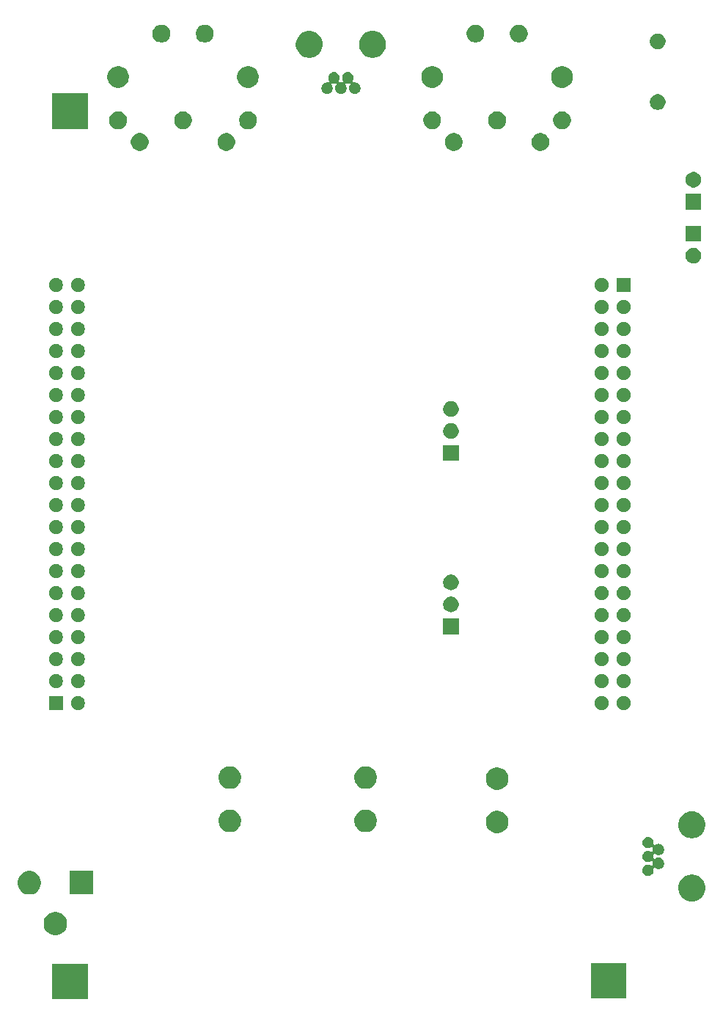
<source format=gbr>
G04 #@! TF.GenerationSoftware,KiCad,Pcbnew,(5.1.5)-3*
G04 #@! TF.CreationDate,2020-05-05T14:29:05+09:00*
G04 #@! TF.ProjectId,kt_sound_prototypeiface,6b745f73-6f75-46e6-945f-70726f746f74,rev?*
G04 #@! TF.SameCoordinates,Original*
G04 #@! TF.FileFunction,Soldermask,Bot*
G04 #@! TF.FilePolarity,Negative*
%FSLAX46Y46*%
G04 Gerber Fmt 4.6, Leading zero omitted, Abs format (unit mm)*
G04 Created by KiCad (PCBNEW (5.1.5)-3) date 2020-05-05 14:29:05*
%MOMM*%
%LPD*%
G04 APERTURE LIST*
%ADD10C,0.100000*%
G04 APERTURE END LIST*
D10*
G36*
X128987500Y-147847000D02*
G01*
X124885500Y-147847000D01*
X124885500Y-143745000D01*
X128987500Y-143745000D01*
X128987500Y-147847000D01*
G37*
G36*
X191154000Y-147783500D02*
G01*
X187052000Y-147783500D01*
X187052000Y-143681500D01*
X191154000Y-143681500D01*
X191154000Y-147783500D01*
G37*
G36*
X125625072Y-137808918D02*
G01*
X125870939Y-137910759D01*
X126092212Y-138058610D01*
X126280390Y-138246788D01*
X126428241Y-138468061D01*
X126530082Y-138713928D01*
X126582000Y-138974938D01*
X126582000Y-139241062D01*
X126530082Y-139502072D01*
X126428241Y-139747939D01*
X126280390Y-139969212D01*
X126092212Y-140157390D01*
X125870939Y-140305241D01*
X125870938Y-140305242D01*
X125870937Y-140305242D01*
X125625072Y-140407082D01*
X125364063Y-140459000D01*
X125097937Y-140459000D01*
X124836928Y-140407082D01*
X124591063Y-140305242D01*
X124591062Y-140305242D01*
X124591061Y-140305241D01*
X124369788Y-140157390D01*
X124181610Y-139969212D01*
X124033759Y-139747939D01*
X123931918Y-139502072D01*
X123880000Y-139241062D01*
X123880000Y-138974938D01*
X123931918Y-138713928D01*
X124033759Y-138468061D01*
X124181610Y-138246788D01*
X124369788Y-138058610D01*
X124591061Y-137910759D01*
X124836928Y-137808918D01*
X125097937Y-137757000D01*
X125364063Y-137757000D01*
X125625072Y-137808918D01*
G37*
G36*
X199016085Y-133488802D02*
G01*
X199165910Y-133518604D01*
X199448174Y-133635521D01*
X199702205Y-133805259D01*
X199918241Y-134021295D01*
X200087979Y-134275326D01*
X200198050Y-134541063D01*
X200204896Y-134557591D01*
X200253527Y-134802072D01*
X200264500Y-134857240D01*
X200264500Y-135162760D01*
X200204896Y-135462410D01*
X200087979Y-135744674D01*
X199918241Y-135998705D01*
X199702205Y-136214741D01*
X199448174Y-136384479D01*
X199165910Y-136501396D01*
X199016085Y-136531198D01*
X198866261Y-136561000D01*
X198560739Y-136561000D01*
X198410915Y-136531198D01*
X198261090Y-136501396D01*
X197978826Y-136384479D01*
X197724795Y-136214741D01*
X197508759Y-135998705D01*
X197339021Y-135744674D01*
X197222104Y-135462410D01*
X197162500Y-135162760D01*
X197162500Y-134857240D01*
X197173474Y-134802072D01*
X197222104Y-134557591D01*
X197228950Y-134541063D01*
X197339021Y-134275326D01*
X197508759Y-134021295D01*
X197724795Y-133805259D01*
X197978826Y-133635521D01*
X198261090Y-133518604D01*
X198410915Y-133488802D01*
X198560739Y-133459000D01*
X198866261Y-133459000D01*
X199016085Y-133488802D01*
G37*
G36*
X122625072Y-133108918D02*
G01*
X122870939Y-133210759D01*
X122959983Y-133270257D01*
X123092211Y-133358609D01*
X123280391Y-133546789D01*
X123428242Y-133768063D01*
X123530082Y-134013928D01*
X123582000Y-134274937D01*
X123582000Y-134541063D01*
X123530082Y-134802072D01*
X123428242Y-135047937D01*
X123280391Y-135269211D01*
X123092211Y-135457391D01*
X122982328Y-135530813D01*
X122870939Y-135605241D01*
X122870938Y-135605242D01*
X122870937Y-135605242D01*
X122625072Y-135707082D01*
X122364063Y-135759000D01*
X122097937Y-135759000D01*
X121836928Y-135707082D01*
X121591063Y-135605242D01*
X121591062Y-135605242D01*
X121591061Y-135605241D01*
X121479672Y-135530813D01*
X121369789Y-135457391D01*
X121181609Y-135269211D01*
X121033758Y-135047937D01*
X120931918Y-134802072D01*
X120880000Y-134541063D01*
X120880000Y-134274937D01*
X120931918Y-134013928D01*
X121033758Y-133768063D01*
X121181609Y-133546789D01*
X121369789Y-133358609D01*
X121502017Y-133270257D01*
X121591061Y-133210759D01*
X121836928Y-133108918D01*
X122097937Y-133057000D01*
X122364063Y-133057000D01*
X122625072Y-133108918D01*
G37*
G36*
X129582000Y-135759000D02*
G01*
X126880000Y-135759000D01*
X126880000Y-133057000D01*
X129582000Y-133057000D01*
X129582000Y-135759000D01*
G37*
G36*
X193854555Y-129130171D02*
G01*
X193973757Y-129179546D01*
X193973759Y-129179547D01*
X194081038Y-129251228D01*
X194172272Y-129342462D01*
X194243953Y-129449741D01*
X194243954Y-129449743D01*
X194293329Y-129568945D01*
X194318500Y-129695487D01*
X194318500Y-129824513D01*
X194305827Y-129888226D01*
X194303425Y-129912613D01*
X194305827Y-129936999D01*
X194312940Y-129960448D01*
X194324491Y-129982058D01*
X194340037Y-130001000D01*
X194358979Y-130016545D01*
X194380589Y-130028096D01*
X194404038Y-130035209D01*
X194428425Y-130037611D01*
X194452811Y-130035209D01*
X194476260Y-130028096D01*
X194497866Y-130016547D01*
X194553241Y-129979547D01*
X194553243Y-129979546D01*
X194672445Y-129930171D01*
X194798987Y-129905000D01*
X194928013Y-129905000D01*
X195054555Y-129930171D01*
X195173757Y-129979546D01*
X195173759Y-129979547D01*
X195281038Y-130051228D01*
X195372272Y-130142462D01*
X195443953Y-130249741D01*
X195443954Y-130249743D01*
X195493329Y-130368945D01*
X195518500Y-130495487D01*
X195518500Y-130624513D01*
X195493329Y-130751055D01*
X195458471Y-130835209D01*
X195443953Y-130870259D01*
X195372272Y-130977538D01*
X195281038Y-131068772D01*
X195173759Y-131140453D01*
X195173758Y-131140454D01*
X195173757Y-131140454D01*
X195054555Y-131189829D01*
X194928013Y-131215000D01*
X194798987Y-131215000D01*
X194672445Y-131189829D01*
X194553243Y-131140454D01*
X194553242Y-131140454D01*
X194553241Y-131140453D01*
X194497866Y-131103453D01*
X194476259Y-131091904D01*
X194452810Y-131084791D01*
X194428424Y-131082389D01*
X194404038Y-131084791D01*
X194380589Y-131091904D01*
X194358978Y-131103455D01*
X194340036Y-131119000D01*
X194324491Y-131137942D01*
X194312940Y-131159553D01*
X194305827Y-131183002D01*
X194303425Y-131207388D01*
X194305827Y-131231774D01*
X194318500Y-131295487D01*
X194318500Y-131424513D01*
X194305827Y-131488226D01*
X194303425Y-131512613D01*
X194305827Y-131536999D01*
X194312940Y-131560448D01*
X194324491Y-131582058D01*
X194340037Y-131601000D01*
X194358979Y-131616545D01*
X194380589Y-131628096D01*
X194404038Y-131635209D01*
X194428425Y-131637611D01*
X194452811Y-131635209D01*
X194476260Y-131628096D01*
X194497866Y-131616547D01*
X194553241Y-131579547D01*
X194553243Y-131579546D01*
X194672445Y-131530171D01*
X194798987Y-131505000D01*
X194928013Y-131505000D01*
X195054555Y-131530171D01*
X195173757Y-131579546D01*
X195173759Y-131579547D01*
X195281038Y-131651228D01*
X195372272Y-131742462D01*
X195443953Y-131849741D01*
X195443954Y-131849743D01*
X195493329Y-131968945D01*
X195518500Y-132095487D01*
X195518500Y-132224513D01*
X195493329Y-132351055D01*
X195458471Y-132435209D01*
X195443953Y-132470259D01*
X195372272Y-132577538D01*
X195281038Y-132668772D01*
X195173759Y-132740453D01*
X195173758Y-132740454D01*
X195173757Y-132740454D01*
X195054555Y-132789829D01*
X194928013Y-132815000D01*
X194798987Y-132815000D01*
X194672445Y-132789829D01*
X194553243Y-132740454D01*
X194553242Y-132740454D01*
X194553241Y-132740453D01*
X194497866Y-132703453D01*
X194476259Y-132691904D01*
X194452810Y-132684791D01*
X194428424Y-132682389D01*
X194404038Y-132684791D01*
X194380589Y-132691904D01*
X194358978Y-132703455D01*
X194340036Y-132719000D01*
X194324491Y-132737942D01*
X194312940Y-132759553D01*
X194305827Y-132783002D01*
X194303425Y-132807388D01*
X194305827Y-132831774D01*
X194318500Y-132895487D01*
X194318500Y-133024513D01*
X194293329Y-133151055D01*
X194243954Y-133270257D01*
X194243953Y-133270259D01*
X194172272Y-133377538D01*
X194081038Y-133468772D01*
X193973759Y-133540453D01*
X193973758Y-133540454D01*
X193973757Y-133540454D01*
X193854555Y-133589829D01*
X193728013Y-133615000D01*
X193598987Y-133615000D01*
X193472445Y-133589829D01*
X193353243Y-133540454D01*
X193353242Y-133540454D01*
X193353241Y-133540453D01*
X193245962Y-133468772D01*
X193154728Y-133377538D01*
X193083047Y-133270259D01*
X193083046Y-133270257D01*
X193033671Y-133151055D01*
X193008500Y-133024513D01*
X193008500Y-132895487D01*
X193033671Y-132768945D01*
X193083046Y-132649743D01*
X193083047Y-132649741D01*
X193154728Y-132542462D01*
X193245962Y-132451228D01*
X193353241Y-132379547D01*
X193353243Y-132379546D01*
X193472445Y-132330171D01*
X193598987Y-132305000D01*
X193728013Y-132305000D01*
X193854555Y-132330171D01*
X193973757Y-132379546D01*
X193973759Y-132379547D01*
X194029134Y-132416547D01*
X194050741Y-132428096D01*
X194074190Y-132435209D01*
X194098576Y-132437611D01*
X194122962Y-132435209D01*
X194146411Y-132428096D01*
X194168022Y-132416545D01*
X194186964Y-132401000D01*
X194202509Y-132382058D01*
X194214060Y-132360447D01*
X194221173Y-132336998D01*
X194223575Y-132312612D01*
X194221173Y-132288226D01*
X194208500Y-132224513D01*
X194208500Y-132095487D01*
X194221173Y-132031774D01*
X194223575Y-132007387D01*
X194221173Y-131983001D01*
X194214060Y-131959552D01*
X194202509Y-131937942D01*
X194186963Y-131919000D01*
X194168021Y-131903455D01*
X194146411Y-131891904D01*
X194122962Y-131884791D01*
X194098575Y-131882389D01*
X194074189Y-131884791D01*
X194050740Y-131891904D01*
X194029134Y-131903453D01*
X193973759Y-131940453D01*
X193973758Y-131940454D01*
X193973757Y-131940454D01*
X193854555Y-131989829D01*
X193728013Y-132015000D01*
X193598987Y-132015000D01*
X193472445Y-131989829D01*
X193353243Y-131940454D01*
X193353242Y-131940454D01*
X193353241Y-131940453D01*
X193245962Y-131868772D01*
X193154728Y-131777538D01*
X193083047Y-131670259D01*
X193068529Y-131635209D01*
X193033671Y-131551055D01*
X193008500Y-131424513D01*
X193008500Y-131295487D01*
X193033671Y-131168945D01*
X193083046Y-131049743D01*
X193083047Y-131049741D01*
X193154728Y-130942462D01*
X193245962Y-130851228D01*
X193353241Y-130779547D01*
X193353243Y-130779546D01*
X193472445Y-130730171D01*
X193598987Y-130705000D01*
X193728013Y-130705000D01*
X193854555Y-130730171D01*
X193973757Y-130779546D01*
X193973759Y-130779547D01*
X194029134Y-130816547D01*
X194050741Y-130828096D01*
X194074190Y-130835209D01*
X194098576Y-130837611D01*
X194122962Y-130835209D01*
X194146411Y-130828096D01*
X194168022Y-130816545D01*
X194186964Y-130801000D01*
X194202509Y-130782058D01*
X194214060Y-130760447D01*
X194221173Y-130736998D01*
X194223575Y-130712612D01*
X194221173Y-130688226D01*
X194208500Y-130624513D01*
X194208500Y-130495487D01*
X194221173Y-130431774D01*
X194223575Y-130407387D01*
X194221173Y-130383001D01*
X194214060Y-130359552D01*
X194202509Y-130337942D01*
X194186963Y-130319000D01*
X194168021Y-130303455D01*
X194146411Y-130291904D01*
X194122962Y-130284791D01*
X194098575Y-130282389D01*
X194074189Y-130284791D01*
X194050740Y-130291904D01*
X194029134Y-130303453D01*
X193973759Y-130340453D01*
X193973758Y-130340454D01*
X193973757Y-130340454D01*
X193854555Y-130389829D01*
X193728013Y-130415000D01*
X193598987Y-130415000D01*
X193472445Y-130389829D01*
X193353243Y-130340454D01*
X193353242Y-130340454D01*
X193353241Y-130340453D01*
X193245962Y-130268772D01*
X193154728Y-130177538D01*
X193083047Y-130070259D01*
X193068529Y-130035209D01*
X193033671Y-129951055D01*
X193008500Y-129824513D01*
X193008500Y-129695487D01*
X193033671Y-129568945D01*
X193083046Y-129449743D01*
X193083047Y-129449741D01*
X193154728Y-129342462D01*
X193245962Y-129251228D01*
X193353241Y-129179547D01*
X193353243Y-129179546D01*
X193472445Y-129130171D01*
X193598987Y-129105000D01*
X193728013Y-129105000D01*
X193854555Y-129130171D01*
G37*
G36*
X199016085Y-126188802D02*
G01*
X199165910Y-126218604D01*
X199448174Y-126335521D01*
X199702205Y-126505259D01*
X199918241Y-126721295D01*
X200087979Y-126975326D01*
X200203766Y-127254863D01*
X200204896Y-127257591D01*
X200264500Y-127557239D01*
X200264500Y-127862761D01*
X200234698Y-128012585D01*
X200204896Y-128162410D01*
X200087979Y-128444674D01*
X199918241Y-128698705D01*
X199702205Y-128914741D01*
X199448174Y-129084479D01*
X199165910Y-129201396D01*
X199016085Y-129231198D01*
X198866261Y-129261000D01*
X198560739Y-129261000D01*
X198410915Y-129231198D01*
X198261090Y-129201396D01*
X197978826Y-129084479D01*
X197724795Y-128914741D01*
X197508759Y-128698705D01*
X197339021Y-128444674D01*
X197222104Y-128162410D01*
X197192302Y-128012585D01*
X197162500Y-127862761D01*
X197162500Y-127557239D01*
X197222104Y-127257591D01*
X197223234Y-127254863D01*
X197339021Y-126975326D01*
X197508759Y-126721295D01*
X197724795Y-126505259D01*
X197978826Y-126335521D01*
X198261090Y-126218604D01*
X198410915Y-126188802D01*
X198560739Y-126159000D01*
X198866261Y-126159000D01*
X199016085Y-126188802D01*
G37*
G36*
X176616487Y-126131996D02*
G01*
X176853253Y-126230068D01*
X176853255Y-126230069D01*
X177011075Y-126335521D01*
X177066339Y-126372447D01*
X177247553Y-126553661D01*
X177389932Y-126766747D01*
X177488004Y-127003513D01*
X177538000Y-127254861D01*
X177538000Y-127511139D01*
X177488004Y-127762487D01*
X177446469Y-127862760D01*
X177389931Y-127999255D01*
X177247553Y-128212339D01*
X177066339Y-128393553D01*
X176853255Y-128535931D01*
X176853254Y-128535932D01*
X176853253Y-128535932D01*
X176616487Y-128634004D01*
X176365139Y-128684000D01*
X176108861Y-128684000D01*
X175857513Y-128634004D01*
X175620747Y-128535932D01*
X175620746Y-128535932D01*
X175620745Y-128535931D01*
X175407661Y-128393553D01*
X175226447Y-128212339D01*
X175084069Y-127999255D01*
X175027531Y-127862760D01*
X174985996Y-127762487D01*
X174936000Y-127511139D01*
X174936000Y-127254861D01*
X174985996Y-127003513D01*
X175084068Y-126766747D01*
X175226447Y-126553661D01*
X175407661Y-126372447D01*
X175462925Y-126335521D01*
X175620745Y-126230069D01*
X175620747Y-126230068D01*
X175857513Y-126131996D01*
X176108861Y-126082000D01*
X176365139Y-126082000D01*
X176616487Y-126131996D01*
G37*
G36*
X145755487Y-126004996D02*
G01*
X145992253Y-126103068D01*
X145992255Y-126103069D01*
X146205339Y-126245447D01*
X146386553Y-126426661D01*
X146471412Y-126553661D01*
X146528932Y-126639747D01*
X146627004Y-126876513D01*
X146677000Y-127127861D01*
X146677000Y-127384139D01*
X146627004Y-127635487D01*
X146574398Y-127762488D01*
X146528931Y-127872255D01*
X146386553Y-128085339D01*
X146205339Y-128266553D01*
X145992255Y-128408931D01*
X145992254Y-128408932D01*
X145992253Y-128408932D01*
X145755487Y-128507004D01*
X145504139Y-128557000D01*
X145247861Y-128557000D01*
X144996513Y-128507004D01*
X144759747Y-128408932D01*
X144759746Y-128408932D01*
X144759745Y-128408931D01*
X144546661Y-128266553D01*
X144365447Y-128085339D01*
X144223069Y-127872255D01*
X144177602Y-127762488D01*
X144124996Y-127635487D01*
X144075000Y-127384139D01*
X144075000Y-127127861D01*
X144124996Y-126876513D01*
X144223068Y-126639747D01*
X144280589Y-126553661D01*
X144365447Y-126426661D01*
X144546661Y-126245447D01*
X144759745Y-126103069D01*
X144759747Y-126103068D01*
X144996513Y-126004996D01*
X145247861Y-125955000D01*
X145504139Y-125955000D01*
X145755487Y-126004996D01*
G37*
G36*
X161437487Y-126004996D02*
G01*
X161674253Y-126103068D01*
X161674255Y-126103069D01*
X161887339Y-126245447D01*
X162068553Y-126426661D01*
X162153412Y-126553661D01*
X162210932Y-126639747D01*
X162309004Y-126876513D01*
X162359000Y-127127861D01*
X162359000Y-127384139D01*
X162309004Y-127635487D01*
X162256398Y-127762488D01*
X162210931Y-127872255D01*
X162068553Y-128085339D01*
X161887339Y-128266553D01*
X161674255Y-128408931D01*
X161674254Y-128408932D01*
X161674253Y-128408932D01*
X161437487Y-128507004D01*
X161186139Y-128557000D01*
X160929861Y-128557000D01*
X160678513Y-128507004D01*
X160441747Y-128408932D01*
X160441746Y-128408932D01*
X160441745Y-128408931D01*
X160228661Y-128266553D01*
X160047447Y-128085339D01*
X159905069Y-127872255D01*
X159859602Y-127762488D01*
X159806996Y-127635487D01*
X159757000Y-127384139D01*
X159757000Y-127127861D01*
X159806996Y-126876513D01*
X159905068Y-126639747D01*
X159962589Y-126553661D01*
X160047447Y-126426661D01*
X160228661Y-126245447D01*
X160441745Y-126103069D01*
X160441747Y-126103068D01*
X160678513Y-126004996D01*
X160929861Y-125955000D01*
X161186139Y-125955000D01*
X161437487Y-126004996D01*
G37*
G36*
X176616487Y-121131996D02*
G01*
X176853253Y-121230068D01*
X176853255Y-121230069D01*
X177066339Y-121372447D01*
X177247553Y-121553661D01*
X177389932Y-121766747D01*
X177488004Y-122003513D01*
X177538000Y-122254861D01*
X177538000Y-122511139D01*
X177488004Y-122762487D01*
X177442537Y-122872253D01*
X177389931Y-122999255D01*
X177247553Y-123212339D01*
X177066339Y-123393553D01*
X176853255Y-123535931D01*
X176853254Y-123535932D01*
X176853253Y-123535932D01*
X176616487Y-123634004D01*
X176365139Y-123684000D01*
X176108861Y-123684000D01*
X175857513Y-123634004D01*
X175620747Y-123535932D01*
X175620746Y-123535932D01*
X175620745Y-123535931D01*
X175407661Y-123393553D01*
X175226447Y-123212339D01*
X175084069Y-122999255D01*
X175031463Y-122872253D01*
X174985996Y-122762487D01*
X174936000Y-122511139D01*
X174936000Y-122254861D01*
X174985996Y-122003513D01*
X175084068Y-121766747D01*
X175226447Y-121553661D01*
X175407661Y-121372447D01*
X175620745Y-121230069D01*
X175620747Y-121230068D01*
X175857513Y-121131996D01*
X176108861Y-121082000D01*
X176365139Y-121082000D01*
X176616487Y-121131996D01*
G37*
G36*
X145755487Y-121004996D02*
G01*
X145992253Y-121103068D01*
X145992255Y-121103069D01*
X146205339Y-121245447D01*
X146386553Y-121426661D01*
X146471412Y-121553661D01*
X146528932Y-121639747D01*
X146627004Y-121876513D01*
X146677000Y-122127861D01*
X146677000Y-122384139D01*
X146627004Y-122635487D01*
X146574398Y-122762488D01*
X146528931Y-122872255D01*
X146386553Y-123085339D01*
X146205339Y-123266553D01*
X145992255Y-123408931D01*
X145992254Y-123408932D01*
X145992253Y-123408932D01*
X145755487Y-123507004D01*
X145504139Y-123557000D01*
X145247861Y-123557000D01*
X144996513Y-123507004D01*
X144759747Y-123408932D01*
X144759746Y-123408932D01*
X144759745Y-123408931D01*
X144546661Y-123266553D01*
X144365447Y-123085339D01*
X144223069Y-122872255D01*
X144177602Y-122762488D01*
X144124996Y-122635487D01*
X144075000Y-122384139D01*
X144075000Y-122127861D01*
X144124996Y-121876513D01*
X144223068Y-121639747D01*
X144280589Y-121553661D01*
X144365447Y-121426661D01*
X144546661Y-121245447D01*
X144759745Y-121103069D01*
X144759747Y-121103068D01*
X144996513Y-121004996D01*
X145247861Y-120955000D01*
X145504139Y-120955000D01*
X145755487Y-121004996D01*
G37*
G36*
X161437487Y-121004996D02*
G01*
X161674253Y-121103068D01*
X161674255Y-121103069D01*
X161887339Y-121245447D01*
X162068553Y-121426661D01*
X162153412Y-121553661D01*
X162210932Y-121639747D01*
X162309004Y-121876513D01*
X162359000Y-122127861D01*
X162359000Y-122384139D01*
X162309004Y-122635487D01*
X162256398Y-122762488D01*
X162210931Y-122872255D01*
X162068553Y-123085339D01*
X161887339Y-123266553D01*
X161674255Y-123408931D01*
X161674254Y-123408932D01*
X161674253Y-123408932D01*
X161437487Y-123507004D01*
X161186139Y-123557000D01*
X160929861Y-123557000D01*
X160678513Y-123507004D01*
X160441747Y-123408932D01*
X160441746Y-123408932D01*
X160441745Y-123408931D01*
X160228661Y-123266553D01*
X160047447Y-123085339D01*
X159905069Y-122872255D01*
X159859602Y-122762488D01*
X159806996Y-122635487D01*
X159757000Y-122384139D01*
X159757000Y-122127861D01*
X159806996Y-121876513D01*
X159905068Y-121639747D01*
X159962589Y-121553661D01*
X160047447Y-121426661D01*
X160228661Y-121245447D01*
X160441745Y-121103069D01*
X160441747Y-121103068D01*
X160678513Y-121004996D01*
X160929861Y-120955000D01*
X161186139Y-120955000D01*
X161437487Y-121004996D01*
G37*
G36*
X188543642Y-112894781D02*
G01*
X188689414Y-112955162D01*
X188689416Y-112955163D01*
X188820608Y-113042822D01*
X188932178Y-113154392D01*
X189019837Y-113285584D01*
X189019838Y-113285586D01*
X189080219Y-113431358D01*
X189111000Y-113586107D01*
X189111000Y-113743893D01*
X189080219Y-113898642D01*
X189019838Y-114044414D01*
X189019837Y-114044416D01*
X188932178Y-114175608D01*
X188820608Y-114287178D01*
X188689416Y-114374837D01*
X188689415Y-114374838D01*
X188689414Y-114374838D01*
X188543642Y-114435219D01*
X188388893Y-114466000D01*
X188231107Y-114466000D01*
X188076358Y-114435219D01*
X187930586Y-114374838D01*
X187930585Y-114374838D01*
X187930584Y-114374837D01*
X187799392Y-114287178D01*
X187687822Y-114175608D01*
X187600163Y-114044416D01*
X187600162Y-114044414D01*
X187539781Y-113898642D01*
X187509000Y-113743893D01*
X187509000Y-113586107D01*
X187539781Y-113431358D01*
X187600162Y-113285586D01*
X187600163Y-113285584D01*
X187687822Y-113154392D01*
X187799392Y-113042822D01*
X187930584Y-112955163D01*
X187930586Y-112955162D01*
X188076358Y-112894781D01*
X188231107Y-112864000D01*
X188388893Y-112864000D01*
X188543642Y-112894781D01*
G37*
G36*
X191083642Y-112894781D02*
G01*
X191229414Y-112955162D01*
X191229416Y-112955163D01*
X191360608Y-113042822D01*
X191472178Y-113154392D01*
X191559837Y-113285584D01*
X191559838Y-113285586D01*
X191620219Y-113431358D01*
X191651000Y-113586107D01*
X191651000Y-113743893D01*
X191620219Y-113898642D01*
X191559838Y-114044414D01*
X191559837Y-114044416D01*
X191472178Y-114175608D01*
X191360608Y-114287178D01*
X191229416Y-114374837D01*
X191229415Y-114374838D01*
X191229414Y-114374838D01*
X191083642Y-114435219D01*
X190928893Y-114466000D01*
X190771107Y-114466000D01*
X190616358Y-114435219D01*
X190470586Y-114374838D01*
X190470585Y-114374838D01*
X190470584Y-114374837D01*
X190339392Y-114287178D01*
X190227822Y-114175608D01*
X190140163Y-114044416D01*
X190140162Y-114044414D01*
X190079781Y-113898642D01*
X190049000Y-113743893D01*
X190049000Y-113586107D01*
X190079781Y-113431358D01*
X190140162Y-113285586D01*
X190140163Y-113285584D01*
X190227822Y-113154392D01*
X190339392Y-113042822D01*
X190470584Y-112955163D01*
X190470586Y-112955162D01*
X190616358Y-112894781D01*
X190771107Y-112864000D01*
X190928893Y-112864000D01*
X191083642Y-112894781D01*
G37*
G36*
X128083642Y-112894781D02*
G01*
X128229414Y-112955162D01*
X128229416Y-112955163D01*
X128360608Y-113042822D01*
X128472178Y-113154392D01*
X128559837Y-113285584D01*
X128559838Y-113285586D01*
X128620219Y-113431358D01*
X128651000Y-113586107D01*
X128651000Y-113743893D01*
X128620219Y-113898642D01*
X128559838Y-114044414D01*
X128559837Y-114044416D01*
X128472178Y-114175608D01*
X128360608Y-114287178D01*
X128229416Y-114374837D01*
X128229415Y-114374838D01*
X128229414Y-114374838D01*
X128083642Y-114435219D01*
X127928893Y-114466000D01*
X127771107Y-114466000D01*
X127616358Y-114435219D01*
X127470586Y-114374838D01*
X127470585Y-114374838D01*
X127470584Y-114374837D01*
X127339392Y-114287178D01*
X127227822Y-114175608D01*
X127140163Y-114044416D01*
X127140162Y-114044414D01*
X127079781Y-113898642D01*
X127049000Y-113743893D01*
X127049000Y-113586107D01*
X127079781Y-113431358D01*
X127140162Y-113285586D01*
X127140163Y-113285584D01*
X127227822Y-113154392D01*
X127339392Y-113042822D01*
X127470584Y-112955163D01*
X127470586Y-112955162D01*
X127616358Y-112894781D01*
X127771107Y-112864000D01*
X127928893Y-112864000D01*
X128083642Y-112894781D01*
G37*
G36*
X126111000Y-114466000D02*
G01*
X124509000Y-114466000D01*
X124509000Y-112864000D01*
X126111000Y-112864000D01*
X126111000Y-114466000D01*
G37*
G36*
X125543642Y-110354781D02*
G01*
X125689414Y-110415162D01*
X125689416Y-110415163D01*
X125820608Y-110502822D01*
X125932178Y-110614392D01*
X126019837Y-110745584D01*
X126019838Y-110745586D01*
X126080219Y-110891358D01*
X126111000Y-111046107D01*
X126111000Y-111203893D01*
X126080219Y-111358642D01*
X126019838Y-111504414D01*
X126019837Y-111504416D01*
X125932178Y-111635608D01*
X125820608Y-111747178D01*
X125689416Y-111834837D01*
X125689415Y-111834838D01*
X125689414Y-111834838D01*
X125543642Y-111895219D01*
X125388893Y-111926000D01*
X125231107Y-111926000D01*
X125076358Y-111895219D01*
X124930586Y-111834838D01*
X124930585Y-111834838D01*
X124930584Y-111834837D01*
X124799392Y-111747178D01*
X124687822Y-111635608D01*
X124600163Y-111504416D01*
X124600162Y-111504414D01*
X124539781Y-111358642D01*
X124509000Y-111203893D01*
X124509000Y-111046107D01*
X124539781Y-110891358D01*
X124600162Y-110745586D01*
X124600163Y-110745584D01*
X124687822Y-110614392D01*
X124799392Y-110502822D01*
X124930584Y-110415163D01*
X124930586Y-110415162D01*
X125076358Y-110354781D01*
X125231107Y-110324000D01*
X125388893Y-110324000D01*
X125543642Y-110354781D01*
G37*
G36*
X188543642Y-110354781D02*
G01*
X188689414Y-110415162D01*
X188689416Y-110415163D01*
X188820608Y-110502822D01*
X188932178Y-110614392D01*
X189019837Y-110745584D01*
X189019838Y-110745586D01*
X189080219Y-110891358D01*
X189111000Y-111046107D01*
X189111000Y-111203893D01*
X189080219Y-111358642D01*
X189019838Y-111504414D01*
X189019837Y-111504416D01*
X188932178Y-111635608D01*
X188820608Y-111747178D01*
X188689416Y-111834837D01*
X188689415Y-111834838D01*
X188689414Y-111834838D01*
X188543642Y-111895219D01*
X188388893Y-111926000D01*
X188231107Y-111926000D01*
X188076358Y-111895219D01*
X187930586Y-111834838D01*
X187930585Y-111834838D01*
X187930584Y-111834837D01*
X187799392Y-111747178D01*
X187687822Y-111635608D01*
X187600163Y-111504416D01*
X187600162Y-111504414D01*
X187539781Y-111358642D01*
X187509000Y-111203893D01*
X187509000Y-111046107D01*
X187539781Y-110891358D01*
X187600162Y-110745586D01*
X187600163Y-110745584D01*
X187687822Y-110614392D01*
X187799392Y-110502822D01*
X187930584Y-110415163D01*
X187930586Y-110415162D01*
X188076358Y-110354781D01*
X188231107Y-110324000D01*
X188388893Y-110324000D01*
X188543642Y-110354781D01*
G37*
G36*
X128083642Y-110354781D02*
G01*
X128229414Y-110415162D01*
X128229416Y-110415163D01*
X128360608Y-110502822D01*
X128472178Y-110614392D01*
X128559837Y-110745584D01*
X128559838Y-110745586D01*
X128620219Y-110891358D01*
X128651000Y-111046107D01*
X128651000Y-111203893D01*
X128620219Y-111358642D01*
X128559838Y-111504414D01*
X128559837Y-111504416D01*
X128472178Y-111635608D01*
X128360608Y-111747178D01*
X128229416Y-111834837D01*
X128229415Y-111834838D01*
X128229414Y-111834838D01*
X128083642Y-111895219D01*
X127928893Y-111926000D01*
X127771107Y-111926000D01*
X127616358Y-111895219D01*
X127470586Y-111834838D01*
X127470585Y-111834838D01*
X127470584Y-111834837D01*
X127339392Y-111747178D01*
X127227822Y-111635608D01*
X127140163Y-111504416D01*
X127140162Y-111504414D01*
X127079781Y-111358642D01*
X127049000Y-111203893D01*
X127049000Y-111046107D01*
X127079781Y-110891358D01*
X127140162Y-110745586D01*
X127140163Y-110745584D01*
X127227822Y-110614392D01*
X127339392Y-110502822D01*
X127470584Y-110415163D01*
X127470586Y-110415162D01*
X127616358Y-110354781D01*
X127771107Y-110324000D01*
X127928893Y-110324000D01*
X128083642Y-110354781D01*
G37*
G36*
X191083642Y-110354781D02*
G01*
X191229414Y-110415162D01*
X191229416Y-110415163D01*
X191360608Y-110502822D01*
X191472178Y-110614392D01*
X191559837Y-110745584D01*
X191559838Y-110745586D01*
X191620219Y-110891358D01*
X191651000Y-111046107D01*
X191651000Y-111203893D01*
X191620219Y-111358642D01*
X191559838Y-111504414D01*
X191559837Y-111504416D01*
X191472178Y-111635608D01*
X191360608Y-111747178D01*
X191229416Y-111834837D01*
X191229415Y-111834838D01*
X191229414Y-111834838D01*
X191083642Y-111895219D01*
X190928893Y-111926000D01*
X190771107Y-111926000D01*
X190616358Y-111895219D01*
X190470586Y-111834838D01*
X190470585Y-111834838D01*
X190470584Y-111834837D01*
X190339392Y-111747178D01*
X190227822Y-111635608D01*
X190140163Y-111504416D01*
X190140162Y-111504414D01*
X190079781Y-111358642D01*
X190049000Y-111203893D01*
X190049000Y-111046107D01*
X190079781Y-110891358D01*
X190140162Y-110745586D01*
X190140163Y-110745584D01*
X190227822Y-110614392D01*
X190339392Y-110502822D01*
X190470584Y-110415163D01*
X190470586Y-110415162D01*
X190616358Y-110354781D01*
X190771107Y-110324000D01*
X190928893Y-110324000D01*
X191083642Y-110354781D01*
G37*
G36*
X125543642Y-107814781D02*
G01*
X125689414Y-107875162D01*
X125689416Y-107875163D01*
X125820608Y-107962822D01*
X125932178Y-108074392D01*
X126019837Y-108205584D01*
X126019838Y-108205586D01*
X126080219Y-108351358D01*
X126111000Y-108506107D01*
X126111000Y-108663893D01*
X126080219Y-108818642D01*
X126019838Y-108964414D01*
X126019837Y-108964416D01*
X125932178Y-109095608D01*
X125820608Y-109207178D01*
X125689416Y-109294837D01*
X125689415Y-109294838D01*
X125689414Y-109294838D01*
X125543642Y-109355219D01*
X125388893Y-109386000D01*
X125231107Y-109386000D01*
X125076358Y-109355219D01*
X124930586Y-109294838D01*
X124930585Y-109294838D01*
X124930584Y-109294837D01*
X124799392Y-109207178D01*
X124687822Y-109095608D01*
X124600163Y-108964416D01*
X124600162Y-108964414D01*
X124539781Y-108818642D01*
X124509000Y-108663893D01*
X124509000Y-108506107D01*
X124539781Y-108351358D01*
X124600162Y-108205586D01*
X124600163Y-108205584D01*
X124687822Y-108074392D01*
X124799392Y-107962822D01*
X124930584Y-107875163D01*
X124930586Y-107875162D01*
X125076358Y-107814781D01*
X125231107Y-107784000D01*
X125388893Y-107784000D01*
X125543642Y-107814781D01*
G37*
G36*
X128083642Y-107814781D02*
G01*
X128229414Y-107875162D01*
X128229416Y-107875163D01*
X128360608Y-107962822D01*
X128472178Y-108074392D01*
X128559837Y-108205584D01*
X128559838Y-108205586D01*
X128620219Y-108351358D01*
X128651000Y-108506107D01*
X128651000Y-108663893D01*
X128620219Y-108818642D01*
X128559838Y-108964414D01*
X128559837Y-108964416D01*
X128472178Y-109095608D01*
X128360608Y-109207178D01*
X128229416Y-109294837D01*
X128229415Y-109294838D01*
X128229414Y-109294838D01*
X128083642Y-109355219D01*
X127928893Y-109386000D01*
X127771107Y-109386000D01*
X127616358Y-109355219D01*
X127470586Y-109294838D01*
X127470585Y-109294838D01*
X127470584Y-109294837D01*
X127339392Y-109207178D01*
X127227822Y-109095608D01*
X127140163Y-108964416D01*
X127140162Y-108964414D01*
X127079781Y-108818642D01*
X127049000Y-108663893D01*
X127049000Y-108506107D01*
X127079781Y-108351358D01*
X127140162Y-108205586D01*
X127140163Y-108205584D01*
X127227822Y-108074392D01*
X127339392Y-107962822D01*
X127470584Y-107875163D01*
X127470586Y-107875162D01*
X127616358Y-107814781D01*
X127771107Y-107784000D01*
X127928893Y-107784000D01*
X128083642Y-107814781D01*
G37*
G36*
X188543642Y-107814781D02*
G01*
X188689414Y-107875162D01*
X188689416Y-107875163D01*
X188820608Y-107962822D01*
X188932178Y-108074392D01*
X189019837Y-108205584D01*
X189019838Y-108205586D01*
X189080219Y-108351358D01*
X189111000Y-108506107D01*
X189111000Y-108663893D01*
X189080219Y-108818642D01*
X189019838Y-108964414D01*
X189019837Y-108964416D01*
X188932178Y-109095608D01*
X188820608Y-109207178D01*
X188689416Y-109294837D01*
X188689415Y-109294838D01*
X188689414Y-109294838D01*
X188543642Y-109355219D01*
X188388893Y-109386000D01*
X188231107Y-109386000D01*
X188076358Y-109355219D01*
X187930586Y-109294838D01*
X187930585Y-109294838D01*
X187930584Y-109294837D01*
X187799392Y-109207178D01*
X187687822Y-109095608D01*
X187600163Y-108964416D01*
X187600162Y-108964414D01*
X187539781Y-108818642D01*
X187509000Y-108663893D01*
X187509000Y-108506107D01*
X187539781Y-108351358D01*
X187600162Y-108205586D01*
X187600163Y-108205584D01*
X187687822Y-108074392D01*
X187799392Y-107962822D01*
X187930584Y-107875163D01*
X187930586Y-107875162D01*
X188076358Y-107814781D01*
X188231107Y-107784000D01*
X188388893Y-107784000D01*
X188543642Y-107814781D01*
G37*
G36*
X191083642Y-107814781D02*
G01*
X191229414Y-107875162D01*
X191229416Y-107875163D01*
X191360608Y-107962822D01*
X191472178Y-108074392D01*
X191559837Y-108205584D01*
X191559838Y-108205586D01*
X191620219Y-108351358D01*
X191651000Y-108506107D01*
X191651000Y-108663893D01*
X191620219Y-108818642D01*
X191559838Y-108964414D01*
X191559837Y-108964416D01*
X191472178Y-109095608D01*
X191360608Y-109207178D01*
X191229416Y-109294837D01*
X191229415Y-109294838D01*
X191229414Y-109294838D01*
X191083642Y-109355219D01*
X190928893Y-109386000D01*
X190771107Y-109386000D01*
X190616358Y-109355219D01*
X190470586Y-109294838D01*
X190470585Y-109294838D01*
X190470584Y-109294837D01*
X190339392Y-109207178D01*
X190227822Y-109095608D01*
X190140163Y-108964416D01*
X190140162Y-108964414D01*
X190079781Y-108818642D01*
X190049000Y-108663893D01*
X190049000Y-108506107D01*
X190079781Y-108351358D01*
X190140162Y-108205586D01*
X190140163Y-108205584D01*
X190227822Y-108074392D01*
X190339392Y-107962822D01*
X190470584Y-107875163D01*
X190470586Y-107875162D01*
X190616358Y-107814781D01*
X190771107Y-107784000D01*
X190928893Y-107784000D01*
X191083642Y-107814781D01*
G37*
G36*
X188543642Y-105274781D02*
G01*
X188689414Y-105335162D01*
X188689416Y-105335163D01*
X188820608Y-105422822D01*
X188932178Y-105534392D01*
X189019837Y-105665584D01*
X189019838Y-105665586D01*
X189080219Y-105811358D01*
X189111000Y-105966107D01*
X189111000Y-106123893D01*
X189080219Y-106278642D01*
X189019838Y-106424414D01*
X189019837Y-106424416D01*
X188932178Y-106555608D01*
X188820608Y-106667178D01*
X188689416Y-106754837D01*
X188689415Y-106754838D01*
X188689414Y-106754838D01*
X188543642Y-106815219D01*
X188388893Y-106846000D01*
X188231107Y-106846000D01*
X188076358Y-106815219D01*
X187930586Y-106754838D01*
X187930585Y-106754838D01*
X187930584Y-106754837D01*
X187799392Y-106667178D01*
X187687822Y-106555608D01*
X187600163Y-106424416D01*
X187600162Y-106424414D01*
X187539781Y-106278642D01*
X187509000Y-106123893D01*
X187509000Y-105966107D01*
X187539781Y-105811358D01*
X187600162Y-105665586D01*
X187600163Y-105665584D01*
X187687822Y-105534392D01*
X187799392Y-105422822D01*
X187930584Y-105335163D01*
X187930586Y-105335162D01*
X188076358Y-105274781D01*
X188231107Y-105244000D01*
X188388893Y-105244000D01*
X188543642Y-105274781D01*
G37*
G36*
X128083642Y-105274781D02*
G01*
X128229414Y-105335162D01*
X128229416Y-105335163D01*
X128360608Y-105422822D01*
X128472178Y-105534392D01*
X128559837Y-105665584D01*
X128559838Y-105665586D01*
X128620219Y-105811358D01*
X128651000Y-105966107D01*
X128651000Y-106123893D01*
X128620219Y-106278642D01*
X128559838Y-106424414D01*
X128559837Y-106424416D01*
X128472178Y-106555608D01*
X128360608Y-106667178D01*
X128229416Y-106754837D01*
X128229415Y-106754838D01*
X128229414Y-106754838D01*
X128083642Y-106815219D01*
X127928893Y-106846000D01*
X127771107Y-106846000D01*
X127616358Y-106815219D01*
X127470586Y-106754838D01*
X127470585Y-106754838D01*
X127470584Y-106754837D01*
X127339392Y-106667178D01*
X127227822Y-106555608D01*
X127140163Y-106424416D01*
X127140162Y-106424414D01*
X127079781Y-106278642D01*
X127049000Y-106123893D01*
X127049000Y-105966107D01*
X127079781Y-105811358D01*
X127140162Y-105665586D01*
X127140163Y-105665584D01*
X127227822Y-105534392D01*
X127339392Y-105422822D01*
X127470584Y-105335163D01*
X127470586Y-105335162D01*
X127616358Y-105274781D01*
X127771107Y-105244000D01*
X127928893Y-105244000D01*
X128083642Y-105274781D01*
G37*
G36*
X191083642Y-105274781D02*
G01*
X191229414Y-105335162D01*
X191229416Y-105335163D01*
X191360608Y-105422822D01*
X191472178Y-105534392D01*
X191559837Y-105665584D01*
X191559838Y-105665586D01*
X191620219Y-105811358D01*
X191651000Y-105966107D01*
X191651000Y-106123893D01*
X191620219Y-106278642D01*
X191559838Y-106424414D01*
X191559837Y-106424416D01*
X191472178Y-106555608D01*
X191360608Y-106667178D01*
X191229416Y-106754837D01*
X191229415Y-106754838D01*
X191229414Y-106754838D01*
X191083642Y-106815219D01*
X190928893Y-106846000D01*
X190771107Y-106846000D01*
X190616358Y-106815219D01*
X190470586Y-106754838D01*
X190470585Y-106754838D01*
X190470584Y-106754837D01*
X190339392Y-106667178D01*
X190227822Y-106555608D01*
X190140163Y-106424416D01*
X190140162Y-106424414D01*
X190079781Y-106278642D01*
X190049000Y-106123893D01*
X190049000Y-105966107D01*
X190079781Y-105811358D01*
X190140162Y-105665586D01*
X190140163Y-105665584D01*
X190227822Y-105534392D01*
X190339392Y-105422822D01*
X190470584Y-105335163D01*
X190470586Y-105335162D01*
X190616358Y-105274781D01*
X190771107Y-105244000D01*
X190928893Y-105244000D01*
X191083642Y-105274781D01*
G37*
G36*
X125543642Y-105274781D02*
G01*
X125689414Y-105335162D01*
X125689416Y-105335163D01*
X125820608Y-105422822D01*
X125932178Y-105534392D01*
X126019837Y-105665584D01*
X126019838Y-105665586D01*
X126080219Y-105811358D01*
X126111000Y-105966107D01*
X126111000Y-106123893D01*
X126080219Y-106278642D01*
X126019838Y-106424414D01*
X126019837Y-106424416D01*
X125932178Y-106555608D01*
X125820608Y-106667178D01*
X125689416Y-106754837D01*
X125689415Y-106754838D01*
X125689414Y-106754838D01*
X125543642Y-106815219D01*
X125388893Y-106846000D01*
X125231107Y-106846000D01*
X125076358Y-106815219D01*
X124930586Y-106754838D01*
X124930585Y-106754838D01*
X124930584Y-106754837D01*
X124799392Y-106667178D01*
X124687822Y-106555608D01*
X124600163Y-106424416D01*
X124600162Y-106424414D01*
X124539781Y-106278642D01*
X124509000Y-106123893D01*
X124509000Y-105966107D01*
X124539781Y-105811358D01*
X124600162Y-105665586D01*
X124600163Y-105665584D01*
X124687822Y-105534392D01*
X124799392Y-105422822D01*
X124930584Y-105335163D01*
X124930586Y-105335162D01*
X125076358Y-105274781D01*
X125231107Y-105244000D01*
X125388893Y-105244000D01*
X125543642Y-105274781D01*
G37*
G36*
X171804000Y-105715500D02*
G01*
X170002000Y-105715500D01*
X170002000Y-103913500D01*
X171804000Y-103913500D01*
X171804000Y-105715500D01*
G37*
G36*
X128083642Y-102734781D02*
G01*
X128229414Y-102795162D01*
X128229416Y-102795163D01*
X128360608Y-102882822D01*
X128472178Y-102994392D01*
X128524672Y-103072956D01*
X128559838Y-103125586D01*
X128620219Y-103271358D01*
X128651000Y-103426107D01*
X128651000Y-103583893D01*
X128620219Y-103738642D01*
X128559838Y-103884414D01*
X128559837Y-103884416D01*
X128472178Y-104015608D01*
X128360608Y-104127178D01*
X128229416Y-104214837D01*
X128229415Y-104214838D01*
X128229414Y-104214838D01*
X128083642Y-104275219D01*
X127928893Y-104306000D01*
X127771107Y-104306000D01*
X127616358Y-104275219D01*
X127470586Y-104214838D01*
X127470585Y-104214838D01*
X127470584Y-104214837D01*
X127339392Y-104127178D01*
X127227822Y-104015608D01*
X127140163Y-103884416D01*
X127140162Y-103884414D01*
X127079781Y-103738642D01*
X127049000Y-103583893D01*
X127049000Y-103426107D01*
X127079781Y-103271358D01*
X127140162Y-103125586D01*
X127175328Y-103072956D01*
X127227822Y-102994392D01*
X127339392Y-102882822D01*
X127470584Y-102795163D01*
X127470586Y-102795162D01*
X127616358Y-102734781D01*
X127771107Y-102704000D01*
X127928893Y-102704000D01*
X128083642Y-102734781D01*
G37*
G36*
X191083642Y-102734781D02*
G01*
X191229414Y-102795162D01*
X191229416Y-102795163D01*
X191360608Y-102882822D01*
X191472178Y-102994392D01*
X191524672Y-103072956D01*
X191559838Y-103125586D01*
X191620219Y-103271358D01*
X191651000Y-103426107D01*
X191651000Y-103583893D01*
X191620219Y-103738642D01*
X191559838Y-103884414D01*
X191559837Y-103884416D01*
X191472178Y-104015608D01*
X191360608Y-104127178D01*
X191229416Y-104214837D01*
X191229415Y-104214838D01*
X191229414Y-104214838D01*
X191083642Y-104275219D01*
X190928893Y-104306000D01*
X190771107Y-104306000D01*
X190616358Y-104275219D01*
X190470586Y-104214838D01*
X190470585Y-104214838D01*
X190470584Y-104214837D01*
X190339392Y-104127178D01*
X190227822Y-104015608D01*
X190140163Y-103884416D01*
X190140162Y-103884414D01*
X190079781Y-103738642D01*
X190049000Y-103583893D01*
X190049000Y-103426107D01*
X190079781Y-103271358D01*
X190140162Y-103125586D01*
X190175328Y-103072956D01*
X190227822Y-102994392D01*
X190339392Y-102882822D01*
X190470584Y-102795163D01*
X190470586Y-102795162D01*
X190616358Y-102734781D01*
X190771107Y-102704000D01*
X190928893Y-102704000D01*
X191083642Y-102734781D01*
G37*
G36*
X188543642Y-102734781D02*
G01*
X188689414Y-102795162D01*
X188689416Y-102795163D01*
X188820608Y-102882822D01*
X188932178Y-102994392D01*
X188984672Y-103072956D01*
X189019838Y-103125586D01*
X189080219Y-103271358D01*
X189111000Y-103426107D01*
X189111000Y-103583893D01*
X189080219Y-103738642D01*
X189019838Y-103884414D01*
X189019837Y-103884416D01*
X188932178Y-104015608D01*
X188820608Y-104127178D01*
X188689416Y-104214837D01*
X188689415Y-104214838D01*
X188689414Y-104214838D01*
X188543642Y-104275219D01*
X188388893Y-104306000D01*
X188231107Y-104306000D01*
X188076358Y-104275219D01*
X187930586Y-104214838D01*
X187930585Y-104214838D01*
X187930584Y-104214837D01*
X187799392Y-104127178D01*
X187687822Y-104015608D01*
X187600163Y-103884416D01*
X187600162Y-103884414D01*
X187539781Y-103738642D01*
X187509000Y-103583893D01*
X187509000Y-103426107D01*
X187539781Y-103271358D01*
X187600162Y-103125586D01*
X187635328Y-103072956D01*
X187687822Y-102994392D01*
X187799392Y-102882822D01*
X187930584Y-102795163D01*
X187930586Y-102795162D01*
X188076358Y-102734781D01*
X188231107Y-102704000D01*
X188388893Y-102704000D01*
X188543642Y-102734781D01*
G37*
G36*
X125543642Y-102734781D02*
G01*
X125689414Y-102795162D01*
X125689416Y-102795163D01*
X125820608Y-102882822D01*
X125932178Y-102994392D01*
X125984672Y-103072956D01*
X126019838Y-103125586D01*
X126080219Y-103271358D01*
X126111000Y-103426107D01*
X126111000Y-103583893D01*
X126080219Y-103738642D01*
X126019838Y-103884414D01*
X126019837Y-103884416D01*
X125932178Y-104015608D01*
X125820608Y-104127178D01*
X125689416Y-104214837D01*
X125689415Y-104214838D01*
X125689414Y-104214838D01*
X125543642Y-104275219D01*
X125388893Y-104306000D01*
X125231107Y-104306000D01*
X125076358Y-104275219D01*
X124930586Y-104214838D01*
X124930585Y-104214838D01*
X124930584Y-104214837D01*
X124799392Y-104127178D01*
X124687822Y-104015608D01*
X124600163Y-103884416D01*
X124600162Y-103884414D01*
X124539781Y-103738642D01*
X124509000Y-103583893D01*
X124509000Y-103426107D01*
X124539781Y-103271358D01*
X124600162Y-103125586D01*
X124635328Y-103072956D01*
X124687822Y-102994392D01*
X124799392Y-102882822D01*
X124930584Y-102795163D01*
X124930586Y-102795162D01*
X125076358Y-102734781D01*
X125231107Y-102704000D01*
X125388893Y-102704000D01*
X125543642Y-102734781D01*
G37*
G36*
X171016512Y-101378427D02*
G01*
X171165812Y-101408124D01*
X171329784Y-101476044D01*
X171477354Y-101574647D01*
X171602853Y-101700146D01*
X171701456Y-101847716D01*
X171769376Y-102011688D01*
X171804000Y-102185759D01*
X171804000Y-102363241D01*
X171769376Y-102537312D01*
X171701456Y-102701284D01*
X171602853Y-102848854D01*
X171477354Y-102974353D01*
X171329784Y-103072956D01*
X171165812Y-103140876D01*
X171016512Y-103170573D01*
X170991742Y-103175500D01*
X170814258Y-103175500D01*
X170789488Y-103170573D01*
X170640188Y-103140876D01*
X170476216Y-103072956D01*
X170328646Y-102974353D01*
X170203147Y-102848854D01*
X170104544Y-102701284D01*
X170036624Y-102537312D01*
X170002000Y-102363241D01*
X170002000Y-102185759D01*
X170036624Y-102011688D01*
X170104544Y-101847716D01*
X170203147Y-101700146D01*
X170328646Y-101574647D01*
X170476216Y-101476044D01*
X170640188Y-101408124D01*
X170789488Y-101378427D01*
X170814258Y-101373500D01*
X170991742Y-101373500D01*
X171016512Y-101378427D01*
G37*
G36*
X188543642Y-100194781D02*
G01*
X188689414Y-100255162D01*
X188689416Y-100255163D01*
X188820608Y-100342822D01*
X188932178Y-100454392D01*
X188984672Y-100532956D01*
X189019838Y-100585586D01*
X189080219Y-100731358D01*
X189111000Y-100886107D01*
X189111000Y-101043893D01*
X189080219Y-101198642D01*
X189019838Y-101344414D01*
X189019837Y-101344416D01*
X188932178Y-101475608D01*
X188820608Y-101587178D01*
X188689416Y-101674837D01*
X188689415Y-101674838D01*
X188689414Y-101674838D01*
X188543642Y-101735219D01*
X188388893Y-101766000D01*
X188231107Y-101766000D01*
X188076358Y-101735219D01*
X187930586Y-101674838D01*
X187930585Y-101674838D01*
X187930584Y-101674837D01*
X187799392Y-101587178D01*
X187687822Y-101475608D01*
X187600163Y-101344416D01*
X187600162Y-101344414D01*
X187539781Y-101198642D01*
X187509000Y-101043893D01*
X187509000Y-100886107D01*
X187539781Y-100731358D01*
X187600162Y-100585586D01*
X187635328Y-100532956D01*
X187687822Y-100454392D01*
X187799392Y-100342822D01*
X187930584Y-100255163D01*
X187930586Y-100255162D01*
X188076358Y-100194781D01*
X188231107Y-100164000D01*
X188388893Y-100164000D01*
X188543642Y-100194781D01*
G37*
G36*
X191083642Y-100194781D02*
G01*
X191229414Y-100255162D01*
X191229416Y-100255163D01*
X191360608Y-100342822D01*
X191472178Y-100454392D01*
X191524672Y-100532956D01*
X191559838Y-100585586D01*
X191620219Y-100731358D01*
X191651000Y-100886107D01*
X191651000Y-101043893D01*
X191620219Y-101198642D01*
X191559838Y-101344414D01*
X191559837Y-101344416D01*
X191472178Y-101475608D01*
X191360608Y-101587178D01*
X191229416Y-101674837D01*
X191229415Y-101674838D01*
X191229414Y-101674838D01*
X191083642Y-101735219D01*
X190928893Y-101766000D01*
X190771107Y-101766000D01*
X190616358Y-101735219D01*
X190470586Y-101674838D01*
X190470585Y-101674838D01*
X190470584Y-101674837D01*
X190339392Y-101587178D01*
X190227822Y-101475608D01*
X190140163Y-101344416D01*
X190140162Y-101344414D01*
X190079781Y-101198642D01*
X190049000Y-101043893D01*
X190049000Y-100886107D01*
X190079781Y-100731358D01*
X190140162Y-100585586D01*
X190175328Y-100532956D01*
X190227822Y-100454392D01*
X190339392Y-100342822D01*
X190470584Y-100255163D01*
X190470586Y-100255162D01*
X190616358Y-100194781D01*
X190771107Y-100164000D01*
X190928893Y-100164000D01*
X191083642Y-100194781D01*
G37*
G36*
X128083642Y-100194781D02*
G01*
X128229414Y-100255162D01*
X128229416Y-100255163D01*
X128360608Y-100342822D01*
X128472178Y-100454392D01*
X128524672Y-100532956D01*
X128559838Y-100585586D01*
X128620219Y-100731358D01*
X128651000Y-100886107D01*
X128651000Y-101043893D01*
X128620219Y-101198642D01*
X128559838Y-101344414D01*
X128559837Y-101344416D01*
X128472178Y-101475608D01*
X128360608Y-101587178D01*
X128229416Y-101674837D01*
X128229415Y-101674838D01*
X128229414Y-101674838D01*
X128083642Y-101735219D01*
X127928893Y-101766000D01*
X127771107Y-101766000D01*
X127616358Y-101735219D01*
X127470586Y-101674838D01*
X127470585Y-101674838D01*
X127470584Y-101674837D01*
X127339392Y-101587178D01*
X127227822Y-101475608D01*
X127140163Y-101344416D01*
X127140162Y-101344414D01*
X127079781Y-101198642D01*
X127049000Y-101043893D01*
X127049000Y-100886107D01*
X127079781Y-100731358D01*
X127140162Y-100585586D01*
X127175328Y-100532956D01*
X127227822Y-100454392D01*
X127339392Y-100342822D01*
X127470584Y-100255163D01*
X127470586Y-100255162D01*
X127616358Y-100194781D01*
X127771107Y-100164000D01*
X127928893Y-100164000D01*
X128083642Y-100194781D01*
G37*
G36*
X125543642Y-100194781D02*
G01*
X125689414Y-100255162D01*
X125689416Y-100255163D01*
X125820608Y-100342822D01*
X125932178Y-100454392D01*
X125984672Y-100532956D01*
X126019838Y-100585586D01*
X126080219Y-100731358D01*
X126111000Y-100886107D01*
X126111000Y-101043893D01*
X126080219Y-101198642D01*
X126019838Y-101344414D01*
X126019837Y-101344416D01*
X125932178Y-101475608D01*
X125820608Y-101587178D01*
X125689416Y-101674837D01*
X125689415Y-101674838D01*
X125689414Y-101674838D01*
X125543642Y-101735219D01*
X125388893Y-101766000D01*
X125231107Y-101766000D01*
X125076358Y-101735219D01*
X124930586Y-101674838D01*
X124930585Y-101674838D01*
X124930584Y-101674837D01*
X124799392Y-101587178D01*
X124687822Y-101475608D01*
X124600163Y-101344416D01*
X124600162Y-101344414D01*
X124539781Y-101198642D01*
X124509000Y-101043893D01*
X124509000Y-100886107D01*
X124539781Y-100731358D01*
X124600162Y-100585586D01*
X124635328Y-100532956D01*
X124687822Y-100454392D01*
X124799392Y-100342822D01*
X124930584Y-100255163D01*
X124930586Y-100255162D01*
X125076358Y-100194781D01*
X125231107Y-100164000D01*
X125388893Y-100164000D01*
X125543642Y-100194781D01*
G37*
G36*
X171016512Y-98838427D02*
G01*
X171165812Y-98868124D01*
X171329784Y-98936044D01*
X171477354Y-99034647D01*
X171602853Y-99160146D01*
X171701456Y-99307716D01*
X171769376Y-99471688D01*
X171804000Y-99645759D01*
X171804000Y-99823241D01*
X171769376Y-99997312D01*
X171701456Y-100161284D01*
X171602853Y-100308854D01*
X171477354Y-100434353D01*
X171329784Y-100532956D01*
X171165812Y-100600876D01*
X171016512Y-100630573D01*
X170991742Y-100635500D01*
X170814258Y-100635500D01*
X170789488Y-100630573D01*
X170640188Y-100600876D01*
X170476216Y-100532956D01*
X170328646Y-100434353D01*
X170203147Y-100308854D01*
X170104544Y-100161284D01*
X170036624Y-99997312D01*
X170002000Y-99823241D01*
X170002000Y-99645759D01*
X170036624Y-99471688D01*
X170104544Y-99307716D01*
X170203147Y-99160146D01*
X170328646Y-99034647D01*
X170476216Y-98936044D01*
X170640188Y-98868124D01*
X170789488Y-98838427D01*
X170814258Y-98833500D01*
X170991742Y-98833500D01*
X171016512Y-98838427D01*
G37*
G36*
X125543642Y-97654781D02*
G01*
X125689414Y-97715162D01*
X125689416Y-97715163D01*
X125820608Y-97802822D01*
X125932178Y-97914392D01*
X126019837Y-98045584D01*
X126019838Y-98045586D01*
X126080219Y-98191358D01*
X126111000Y-98346107D01*
X126111000Y-98503893D01*
X126080219Y-98658642D01*
X126019838Y-98804414D01*
X126019837Y-98804416D01*
X125932178Y-98935608D01*
X125820608Y-99047178D01*
X125689416Y-99134837D01*
X125689415Y-99134838D01*
X125689414Y-99134838D01*
X125543642Y-99195219D01*
X125388893Y-99226000D01*
X125231107Y-99226000D01*
X125076358Y-99195219D01*
X124930586Y-99134838D01*
X124930585Y-99134838D01*
X124930584Y-99134837D01*
X124799392Y-99047178D01*
X124687822Y-98935608D01*
X124600163Y-98804416D01*
X124600162Y-98804414D01*
X124539781Y-98658642D01*
X124509000Y-98503893D01*
X124509000Y-98346107D01*
X124539781Y-98191358D01*
X124600162Y-98045586D01*
X124600163Y-98045584D01*
X124687822Y-97914392D01*
X124799392Y-97802822D01*
X124930584Y-97715163D01*
X124930586Y-97715162D01*
X125076358Y-97654781D01*
X125231107Y-97624000D01*
X125388893Y-97624000D01*
X125543642Y-97654781D01*
G37*
G36*
X128083642Y-97654781D02*
G01*
X128229414Y-97715162D01*
X128229416Y-97715163D01*
X128360608Y-97802822D01*
X128472178Y-97914392D01*
X128559837Y-98045584D01*
X128559838Y-98045586D01*
X128620219Y-98191358D01*
X128651000Y-98346107D01*
X128651000Y-98503893D01*
X128620219Y-98658642D01*
X128559838Y-98804414D01*
X128559837Y-98804416D01*
X128472178Y-98935608D01*
X128360608Y-99047178D01*
X128229416Y-99134837D01*
X128229415Y-99134838D01*
X128229414Y-99134838D01*
X128083642Y-99195219D01*
X127928893Y-99226000D01*
X127771107Y-99226000D01*
X127616358Y-99195219D01*
X127470586Y-99134838D01*
X127470585Y-99134838D01*
X127470584Y-99134837D01*
X127339392Y-99047178D01*
X127227822Y-98935608D01*
X127140163Y-98804416D01*
X127140162Y-98804414D01*
X127079781Y-98658642D01*
X127049000Y-98503893D01*
X127049000Y-98346107D01*
X127079781Y-98191358D01*
X127140162Y-98045586D01*
X127140163Y-98045584D01*
X127227822Y-97914392D01*
X127339392Y-97802822D01*
X127470584Y-97715163D01*
X127470586Y-97715162D01*
X127616358Y-97654781D01*
X127771107Y-97624000D01*
X127928893Y-97624000D01*
X128083642Y-97654781D01*
G37*
G36*
X191083642Y-97654781D02*
G01*
X191229414Y-97715162D01*
X191229416Y-97715163D01*
X191360608Y-97802822D01*
X191472178Y-97914392D01*
X191559837Y-98045584D01*
X191559838Y-98045586D01*
X191620219Y-98191358D01*
X191651000Y-98346107D01*
X191651000Y-98503893D01*
X191620219Y-98658642D01*
X191559838Y-98804414D01*
X191559837Y-98804416D01*
X191472178Y-98935608D01*
X191360608Y-99047178D01*
X191229416Y-99134837D01*
X191229415Y-99134838D01*
X191229414Y-99134838D01*
X191083642Y-99195219D01*
X190928893Y-99226000D01*
X190771107Y-99226000D01*
X190616358Y-99195219D01*
X190470586Y-99134838D01*
X190470585Y-99134838D01*
X190470584Y-99134837D01*
X190339392Y-99047178D01*
X190227822Y-98935608D01*
X190140163Y-98804416D01*
X190140162Y-98804414D01*
X190079781Y-98658642D01*
X190049000Y-98503893D01*
X190049000Y-98346107D01*
X190079781Y-98191358D01*
X190140162Y-98045586D01*
X190140163Y-98045584D01*
X190227822Y-97914392D01*
X190339392Y-97802822D01*
X190470584Y-97715163D01*
X190470586Y-97715162D01*
X190616358Y-97654781D01*
X190771107Y-97624000D01*
X190928893Y-97624000D01*
X191083642Y-97654781D01*
G37*
G36*
X188543642Y-97654781D02*
G01*
X188689414Y-97715162D01*
X188689416Y-97715163D01*
X188820608Y-97802822D01*
X188932178Y-97914392D01*
X189019837Y-98045584D01*
X189019838Y-98045586D01*
X189080219Y-98191358D01*
X189111000Y-98346107D01*
X189111000Y-98503893D01*
X189080219Y-98658642D01*
X189019838Y-98804414D01*
X189019837Y-98804416D01*
X188932178Y-98935608D01*
X188820608Y-99047178D01*
X188689416Y-99134837D01*
X188689415Y-99134838D01*
X188689414Y-99134838D01*
X188543642Y-99195219D01*
X188388893Y-99226000D01*
X188231107Y-99226000D01*
X188076358Y-99195219D01*
X187930586Y-99134838D01*
X187930585Y-99134838D01*
X187930584Y-99134837D01*
X187799392Y-99047178D01*
X187687822Y-98935608D01*
X187600163Y-98804416D01*
X187600162Y-98804414D01*
X187539781Y-98658642D01*
X187509000Y-98503893D01*
X187509000Y-98346107D01*
X187539781Y-98191358D01*
X187600162Y-98045586D01*
X187600163Y-98045584D01*
X187687822Y-97914392D01*
X187799392Y-97802822D01*
X187930584Y-97715163D01*
X187930586Y-97715162D01*
X188076358Y-97654781D01*
X188231107Y-97624000D01*
X188388893Y-97624000D01*
X188543642Y-97654781D01*
G37*
G36*
X125543642Y-95114781D02*
G01*
X125689414Y-95175162D01*
X125689416Y-95175163D01*
X125820608Y-95262822D01*
X125932178Y-95374392D01*
X126019837Y-95505584D01*
X126019838Y-95505586D01*
X126080219Y-95651358D01*
X126111000Y-95806107D01*
X126111000Y-95963893D01*
X126080219Y-96118642D01*
X126019838Y-96264414D01*
X126019837Y-96264416D01*
X125932178Y-96395608D01*
X125820608Y-96507178D01*
X125689416Y-96594837D01*
X125689415Y-96594838D01*
X125689414Y-96594838D01*
X125543642Y-96655219D01*
X125388893Y-96686000D01*
X125231107Y-96686000D01*
X125076358Y-96655219D01*
X124930586Y-96594838D01*
X124930585Y-96594838D01*
X124930584Y-96594837D01*
X124799392Y-96507178D01*
X124687822Y-96395608D01*
X124600163Y-96264416D01*
X124600162Y-96264414D01*
X124539781Y-96118642D01*
X124509000Y-95963893D01*
X124509000Y-95806107D01*
X124539781Y-95651358D01*
X124600162Y-95505586D01*
X124600163Y-95505584D01*
X124687822Y-95374392D01*
X124799392Y-95262822D01*
X124930584Y-95175163D01*
X124930586Y-95175162D01*
X125076358Y-95114781D01*
X125231107Y-95084000D01*
X125388893Y-95084000D01*
X125543642Y-95114781D01*
G37*
G36*
X188543642Y-95114781D02*
G01*
X188689414Y-95175162D01*
X188689416Y-95175163D01*
X188820608Y-95262822D01*
X188932178Y-95374392D01*
X189019837Y-95505584D01*
X189019838Y-95505586D01*
X189080219Y-95651358D01*
X189111000Y-95806107D01*
X189111000Y-95963893D01*
X189080219Y-96118642D01*
X189019838Y-96264414D01*
X189019837Y-96264416D01*
X188932178Y-96395608D01*
X188820608Y-96507178D01*
X188689416Y-96594837D01*
X188689415Y-96594838D01*
X188689414Y-96594838D01*
X188543642Y-96655219D01*
X188388893Y-96686000D01*
X188231107Y-96686000D01*
X188076358Y-96655219D01*
X187930586Y-96594838D01*
X187930585Y-96594838D01*
X187930584Y-96594837D01*
X187799392Y-96507178D01*
X187687822Y-96395608D01*
X187600163Y-96264416D01*
X187600162Y-96264414D01*
X187539781Y-96118642D01*
X187509000Y-95963893D01*
X187509000Y-95806107D01*
X187539781Y-95651358D01*
X187600162Y-95505586D01*
X187600163Y-95505584D01*
X187687822Y-95374392D01*
X187799392Y-95262822D01*
X187930584Y-95175163D01*
X187930586Y-95175162D01*
X188076358Y-95114781D01*
X188231107Y-95084000D01*
X188388893Y-95084000D01*
X188543642Y-95114781D01*
G37*
G36*
X128083642Y-95114781D02*
G01*
X128229414Y-95175162D01*
X128229416Y-95175163D01*
X128360608Y-95262822D01*
X128472178Y-95374392D01*
X128559837Y-95505584D01*
X128559838Y-95505586D01*
X128620219Y-95651358D01*
X128651000Y-95806107D01*
X128651000Y-95963893D01*
X128620219Y-96118642D01*
X128559838Y-96264414D01*
X128559837Y-96264416D01*
X128472178Y-96395608D01*
X128360608Y-96507178D01*
X128229416Y-96594837D01*
X128229415Y-96594838D01*
X128229414Y-96594838D01*
X128083642Y-96655219D01*
X127928893Y-96686000D01*
X127771107Y-96686000D01*
X127616358Y-96655219D01*
X127470586Y-96594838D01*
X127470585Y-96594838D01*
X127470584Y-96594837D01*
X127339392Y-96507178D01*
X127227822Y-96395608D01*
X127140163Y-96264416D01*
X127140162Y-96264414D01*
X127079781Y-96118642D01*
X127049000Y-95963893D01*
X127049000Y-95806107D01*
X127079781Y-95651358D01*
X127140162Y-95505586D01*
X127140163Y-95505584D01*
X127227822Y-95374392D01*
X127339392Y-95262822D01*
X127470584Y-95175163D01*
X127470586Y-95175162D01*
X127616358Y-95114781D01*
X127771107Y-95084000D01*
X127928893Y-95084000D01*
X128083642Y-95114781D01*
G37*
G36*
X191083642Y-95114781D02*
G01*
X191229414Y-95175162D01*
X191229416Y-95175163D01*
X191360608Y-95262822D01*
X191472178Y-95374392D01*
X191559837Y-95505584D01*
X191559838Y-95505586D01*
X191620219Y-95651358D01*
X191651000Y-95806107D01*
X191651000Y-95963893D01*
X191620219Y-96118642D01*
X191559838Y-96264414D01*
X191559837Y-96264416D01*
X191472178Y-96395608D01*
X191360608Y-96507178D01*
X191229416Y-96594837D01*
X191229415Y-96594838D01*
X191229414Y-96594838D01*
X191083642Y-96655219D01*
X190928893Y-96686000D01*
X190771107Y-96686000D01*
X190616358Y-96655219D01*
X190470586Y-96594838D01*
X190470585Y-96594838D01*
X190470584Y-96594837D01*
X190339392Y-96507178D01*
X190227822Y-96395608D01*
X190140163Y-96264416D01*
X190140162Y-96264414D01*
X190079781Y-96118642D01*
X190049000Y-95963893D01*
X190049000Y-95806107D01*
X190079781Y-95651358D01*
X190140162Y-95505586D01*
X190140163Y-95505584D01*
X190227822Y-95374392D01*
X190339392Y-95262822D01*
X190470584Y-95175163D01*
X190470586Y-95175162D01*
X190616358Y-95114781D01*
X190771107Y-95084000D01*
X190928893Y-95084000D01*
X191083642Y-95114781D01*
G37*
G36*
X188543642Y-92574781D02*
G01*
X188689414Y-92635162D01*
X188689416Y-92635163D01*
X188820608Y-92722822D01*
X188932178Y-92834392D01*
X189019837Y-92965584D01*
X189019838Y-92965586D01*
X189080219Y-93111358D01*
X189111000Y-93266107D01*
X189111000Y-93423893D01*
X189080219Y-93578642D01*
X189019838Y-93724414D01*
X189019837Y-93724416D01*
X188932178Y-93855608D01*
X188820608Y-93967178D01*
X188689416Y-94054837D01*
X188689415Y-94054838D01*
X188689414Y-94054838D01*
X188543642Y-94115219D01*
X188388893Y-94146000D01*
X188231107Y-94146000D01*
X188076358Y-94115219D01*
X187930586Y-94054838D01*
X187930585Y-94054838D01*
X187930584Y-94054837D01*
X187799392Y-93967178D01*
X187687822Y-93855608D01*
X187600163Y-93724416D01*
X187600162Y-93724414D01*
X187539781Y-93578642D01*
X187509000Y-93423893D01*
X187509000Y-93266107D01*
X187539781Y-93111358D01*
X187600162Y-92965586D01*
X187600163Y-92965584D01*
X187687822Y-92834392D01*
X187799392Y-92722822D01*
X187930584Y-92635163D01*
X187930586Y-92635162D01*
X188076358Y-92574781D01*
X188231107Y-92544000D01*
X188388893Y-92544000D01*
X188543642Y-92574781D01*
G37*
G36*
X191083642Y-92574781D02*
G01*
X191229414Y-92635162D01*
X191229416Y-92635163D01*
X191360608Y-92722822D01*
X191472178Y-92834392D01*
X191559837Y-92965584D01*
X191559838Y-92965586D01*
X191620219Y-93111358D01*
X191651000Y-93266107D01*
X191651000Y-93423893D01*
X191620219Y-93578642D01*
X191559838Y-93724414D01*
X191559837Y-93724416D01*
X191472178Y-93855608D01*
X191360608Y-93967178D01*
X191229416Y-94054837D01*
X191229415Y-94054838D01*
X191229414Y-94054838D01*
X191083642Y-94115219D01*
X190928893Y-94146000D01*
X190771107Y-94146000D01*
X190616358Y-94115219D01*
X190470586Y-94054838D01*
X190470585Y-94054838D01*
X190470584Y-94054837D01*
X190339392Y-93967178D01*
X190227822Y-93855608D01*
X190140163Y-93724416D01*
X190140162Y-93724414D01*
X190079781Y-93578642D01*
X190049000Y-93423893D01*
X190049000Y-93266107D01*
X190079781Y-93111358D01*
X190140162Y-92965586D01*
X190140163Y-92965584D01*
X190227822Y-92834392D01*
X190339392Y-92722822D01*
X190470584Y-92635163D01*
X190470586Y-92635162D01*
X190616358Y-92574781D01*
X190771107Y-92544000D01*
X190928893Y-92544000D01*
X191083642Y-92574781D01*
G37*
G36*
X128083642Y-92574781D02*
G01*
X128229414Y-92635162D01*
X128229416Y-92635163D01*
X128360608Y-92722822D01*
X128472178Y-92834392D01*
X128559837Y-92965584D01*
X128559838Y-92965586D01*
X128620219Y-93111358D01*
X128651000Y-93266107D01*
X128651000Y-93423893D01*
X128620219Y-93578642D01*
X128559838Y-93724414D01*
X128559837Y-93724416D01*
X128472178Y-93855608D01*
X128360608Y-93967178D01*
X128229416Y-94054837D01*
X128229415Y-94054838D01*
X128229414Y-94054838D01*
X128083642Y-94115219D01*
X127928893Y-94146000D01*
X127771107Y-94146000D01*
X127616358Y-94115219D01*
X127470586Y-94054838D01*
X127470585Y-94054838D01*
X127470584Y-94054837D01*
X127339392Y-93967178D01*
X127227822Y-93855608D01*
X127140163Y-93724416D01*
X127140162Y-93724414D01*
X127079781Y-93578642D01*
X127049000Y-93423893D01*
X127049000Y-93266107D01*
X127079781Y-93111358D01*
X127140162Y-92965586D01*
X127140163Y-92965584D01*
X127227822Y-92834392D01*
X127339392Y-92722822D01*
X127470584Y-92635163D01*
X127470586Y-92635162D01*
X127616358Y-92574781D01*
X127771107Y-92544000D01*
X127928893Y-92544000D01*
X128083642Y-92574781D01*
G37*
G36*
X125543642Y-92574781D02*
G01*
X125689414Y-92635162D01*
X125689416Y-92635163D01*
X125820608Y-92722822D01*
X125932178Y-92834392D01*
X126019837Y-92965584D01*
X126019838Y-92965586D01*
X126080219Y-93111358D01*
X126111000Y-93266107D01*
X126111000Y-93423893D01*
X126080219Y-93578642D01*
X126019838Y-93724414D01*
X126019837Y-93724416D01*
X125932178Y-93855608D01*
X125820608Y-93967178D01*
X125689416Y-94054837D01*
X125689415Y-94054838D01*
X125689414Y-94054838D01*
X125543642Y-94115219D01*
X125388893Y-94146000D01*
X125231107Y-94146000D01*
X125076358Y-94115219D01*
X124930586Y-94054838D01*
X124930585Y-94054838D01*
X124930584Y-94054837D01*
X124799392Y-93967178D01*
X124687822Y-93855608D01*
X124600163Y-93724416D01*
X124600162Y-93724414D01*
X124539781Y-93578642D01*
X124509000Y-93423893D01*
X124509000Y-93266107D01*
X124539781Y-93111358D01*
X124600162Y-92965586D01*
X124600163Y-92965584D01*
X124687822Y-92834392D01*
X124799392Y-92722822D01*
X124930584Y-92635163D01*
X124930586Y-92635162D01*
X125076358Y-92574781D01*
X125231107Y-92544000D01*
X125388893Y-92544000D01*
X125543642Y-92574781D01*
G37*
G36*
X188543642Y-90034781D02*
G01*
X188689414Y-90095162D01*
X188689416Y-90095163D01*
X188820608Y-90182822D01*
X188932178Y-90294392D01*
X189019837Y-90425584D01*
X189019838Y-90425586D01*
X189080219Y-90571358D01*
X189111000Y-90726107D01*
X189111000Y-90883893D01*
X189080219Y-91038642D01*
X189019838Y-91184414D01*
X189019837Y-91184416D01*
X188932178Y-91315608D01*
X188820608Y-91427178D01*
X188689416Y-91514837D01*
X188689415Y-91514838D01*
X188689414Y-91514838D01*
X188543642Y-91575219D01*
X188388893Y-91606000D01*
X188231107Y-91606000D01*
X188076358Y-91575219D01*
X187930586Y-91514838D01*
X187930585Y-91514838D01*
X187930584Y-91514837D01*
X187799392Y-91427178D01*
X187687822Y-91315608D01*
X187600163Y-91184416D01*
X187600162Y-91184414D01*
X187539781Y-91038642D01*
X187509000Y-90883893D01*
X187509000Y-90726107D01*
X187539781Y-90571358D01*
X187600162Y-90425586D01*
X187600163Y-90425584D01*
X187687822Y-90294392D01*
X187799392Y-90182822D01*
X187930584Y-90095163D01*
X187930586Y-90095162D01*
X188076358Y-90034781D01*
X188231107Y-90004000D01*
X188388893Y-90004000D01*
X188543642Y-90034781D01*
G37*
G36*
X128083642Y-90034781D02*
G01*
X128229414Y-90095162D01*
X128229416Y-90095163D01*
X128360608Y-90182822D01*
X128472178Y-90294392D01*
X128559837Y-90425584D01*
X128559838Y-90425586D01*
X128620219Y-90571358D01*
X128651000Y-90726107D01*
X128651000Y-90883893D01*
X128620219Y-91038642D01*
X128559838Y-91184414D01*
X128559837Y-91184416D01*
X128472178Y-91315608D01*
X128360608Y-91427178D01*
X128229416Y-91514837D01*
X128229415Y-91514838D01*
X128229414Y-91514838D01*
X128083642Y-91575219D01*
X127928893Y-91606000D01*
X127771107Y-91606000D01*
X127616358Y-91575219D01*
X127470586Y-91514838D01*
X127470585Y-91514838D01*
X127470584Y-91514837D01*
X127339392Y-91427178D01*
X127227822Y-91315608D01*
X127140163Y-91184416D01*
X127140162Y-91184414D01*
X127079781Y-91038642D01*
X127049000Y-90883893D01*
X127049000Y-90726107D01*
X127079781Y-90571358D01*
X127140162Y-90425586D01*
X127140163Y-90425584D01*
X127227822Y-90294392D01*
X127339392Y-90182822D01*
X127470584Y-90095163D01*
X127470586Y-90095162D01*
X127616358Y-90034781D01*
X127771107Y-90004000D01*
X127928893Y-90004000D01*
X128083642Y-90034781D01*
G37*
G36*
X125543642Y-90034781D02*
G01*
X125689414Y-90095162D01*
X125689416Y-90095163D01*
X125820608Y-90182822D01*
X125932178Y-90294392D01*
X126019837Y-90425584D01*
X126019838Y-90425586D01*
X126080219Y-90571358D01*
X126111000Y-90726107D01*
X126111000Y-90883893D01*
X126080219Y-91038642D01*
X126019838Y-91184414D01*
X126019837Y-91184416D01*
X125932178Y-91315608D01*
X125820608Y-91427178D01*
X125689416Y-91514837D01*
X125689415Y-91514838D01*
X125689414Y-91514838D01*
X125543642Y-91575219D01*
X125388893Y-91606000D01*
X125231107Y-91606000D01*
X125076358Y-91575219D01*
X124930586Y-91514838D01*
X124930585Y-91514838D01*
X124930584Y-91514837D01*
X124799392Y-91427178D01*
X124687822Y-91315608D01*
X124600163Y-91184416D01*
X124600162Y-91184414D01*
X124539781Y-91038642D01*
X124509000Y-90883893D01*
X124509000Y-90726107D01*
X124539781Y-90571358D01*
X124600162Y-90425586D01*
X124600163Y-90425584D01*
X124687822Y-90294392D01*
X124799392Y-90182822D01*
X124930584Y-90095163D01*
X124930586Y-90095162D01*
X125076358Y-90034781D01*
X125231107Y-90004000D01*
X125388893Y-90004000D01*
X125543642Y-90034781D01*
G37*
G36*
X191083642Y-90034781D02*
G01*
X191229414Y-90095162D01*
X191229416Y-90095163D01*
X191360608Y-90182822D01*
X191472178Y-90294392D01*
X191559837Y-90425584D01*
X191559838Y-90425586D01*
X191620219Y-90571358D01*
X191651000Y-90726107D01*
X191651000Y-90883893D01*
X191620219Y-91038642D01*
X191559838Y-91184414D01*
X191559837Y-91184416D01*
X191472178Y-91315608D01*
X191360608Y-91427178D01*
X191229416Y-91514837D01*
X191229415Y-91514838D01*
X191229414Y-91514838D01*
X191083642Y-91575219D01*
X190928893Y-91606000D01*
X190771107Y-91606000D01*
X190616358Y-91575219D01*
X190470586Y-91514838D01*
X190470585Y-91514838D01*
X190470584Y-91514837D01*
X190339392Y-91427178D01*
X190227822Y-91315608D01*
X190140163Y-91184416D01*
X190140162Y-91184414D01*
X190079781Y-91038642D01*
X190049000Y-90883893D01*
X190049000Y-90726107D01*
X190079781Y-90571358D01*
X190140162Y-90425586D01*
X190140163Y-90425584D01*
X190227822Y-90294392D01*
X190339392Y-90182822D01*
X190470584Y-90095163D01*
X190470586Y-90095162D01*
X190616358Y-90034781D01*
X190771107Y-90004000D01*
X190928893Y-90004000D01*
X191083642Y-90034781D01*
G37*
G36*
X128083642Y-87494781D02*
G01*
X128229414Y-87555162D01*
X128229416Y-87555163D01*
X128360608Y-87642822D01*
X128472178Y-87754392D01*
X128559837Y-87885584D01*
X128559838Y-87885586D01*
X128620219Y-88031358D01*
X128651000Y-88186107D01*
X128651000Y-88343893D01*
X128620219Y-88498642D01*
X128559838Y-88644414D01*
X128559837Y-88644416D01*
X128472178Y-88775608D01*
X128360608Y-88887178D01*
X128229416Y-88974837D01*
X128229415Y-88974838D01*
X128229414Y-88974838D01*
X128083642Y-89035219D01*
X127928893Y-89066000D01*
X127771107Y-89066000D01*
X127616358Y-89035219D01*
X127470586Y-88974838D01*
X127470585Y-88974838D01*
X127470584Y-88974837D01*
X127339392Y-88887178D01*
X127227822Y-88775608D01*
X127140163Y-88644416D01*
X127140162Y-88644414D01*
X127079781Y-88498642D01*
X127049000Y-88343893D01*
X127049000Y-88186107D01*
X127079781Y-88031358D01*
X127140162Y-87885586D01*
X127140163Y-87885584D01*
X127227822Y-87754392D01*
X127339392Y-87642822D01*
X127470584Y-87555163D01*
X127470586Y-87555162D01*
X127616358Y-87494781D01*
X127771107Y-87464000D01*
X127928893Y-87464000D01*
X128083642Y-87494781D01*
G37*
G36*
X188543642Y-87494781D02*
G01*
X188689414Y-87555162D01*
X188689416Y-87555163D01*
X188820608Y-87642822D01*
X188932178Y-87754392D01*
X189019837Y-87885584D01*
X189019838Y-87885586D01*
X189080219Y-88031358D01*
X189111000Y-88186107D01*
X189111000Y-88343893D01*
X189080219Y-88498642D01*
X189019838Y-88644414D01*
X189019837Y-88644416D01*
X188932178Y-88775608D01*
X188820608Y-88887178D01*
X188689416Y-88974837D01*
X188689415Y-88974838D01*
X188689414Y-88974838D01*
X188543642Y-89035219D01*
X188388893Y-89066000D01*
X188231107Y-89066000D01*
X188076358Y-89035219D01*
X187930586Y-88974838D01*
X187930585Y-88974838D01*
X187930584Y-88974837D01*
X187799392Y-88887178D01*
X187687822Y-88775608D01*
X187600163Y-88644416D01*
X187600162Y-88644414D01*
X187539781Y-88498642D01*
X187509000Y-88343893D01*
X187509000Y-88186107D01*
X187539781Y-88031358D01*
X187600162Y-87885586D01*
X187600163Y-87885584D01*
X187687822Y-87754392D01*
X187799392Y-87642822D01*
X187930584Y-87555163D01*
X187930586Y-87555162D01*
X188076358Y-87494781D01*
X188231107Y-87464000D01*
X188388893Y-87464000D01*
X188543642Y-87494781D01*
G37*
G36*
X125543642Y-87494781D02*
G01*
X125689414Y-87555162D01*
X125689416Y-87555163D01*
X125820608Y-87642822D01*
X125932178Y-87754392D01*
X126019837Y-87885584D01*
X126019838Y-87885586D01*
X126080219Y-88031358D01*
X126111000Y-88186107D01*
X126111000Y-88343893D01*
X126080219Y-88498642D01*
X126019838Y-88644414D01*
X126019837Y-88644416D01*
X125932178Y-88775608D01*
X125820608Y-88887178D01*
X125689416Y-88974837D01*
X125689415Y-88974838D01*
X125689414Y-88974838D01*
X125543642Y-89035219D01*
X125388893Y-89066000D01*
X125231107Y-89066000D01*
X125076358Y-89035219D01*
X124930586Y-88974838D01*
X124930585Y-88974838D01*
X124930584Y-88974837D01*
X124799392Y-88887178D01*
X124687822Y-88775608D01*
X124600163Y-88644416D01*
X124600162Y-88644414D01*
X124539781Y-88498642D01*
X124509000Y-88343893D01*
X124509000Y-88186107D01*
X124539781Y-88031358D01*
X124600162Y-87885586D01*
X124600163Y-87885584D01*
X124687822Y-87754392D01*
X124799392Y-87642822D01*
X124930584Y-87555163D01*
X124930586Y-87555162D01*
X125076358Y-87494781D01*
X125231107Y-87464000D01*
X125388893Y-87464000D01*
X125543642Y-87494781D01*
G37*
G36*
X191083642Y-87494781D02*
G01*
X191229414Y-87555162D01*
X191229416Y-87555163D01*
X191360608Y-87642822D01*
X191472178Y-87754392D01*
X191559837Y-87885584D01*
X191559838Y-87885586D01*
X191620219Y-88031358D01*
X191651000Y-88186107D01*
X191651000Y-88343893D01*
X191620219Y-88498642D01*
X191559838Y-88644414D01*
X191559837Y-88644416D01*
X191472178Y-88775608D01*
X191360608Y-88887178D01*
X191229416Y-88974837D01*
X191229415Y-88974838D01*
X191229414Y-88974838D01*
X191083642Y-89035219D01*
X190928893Y-89066000D01*
X190771107Y-89066000D01*
X190616358Y-89035219D01*
X190470586Y-88974838D01*
X190470585Y-88974838D01*
X190470584Y-88974837D01*
X190339392Y-88887178D01*
X190227822Y-88775608D01*
X190140163Y-88644416D01*
X190140162Y-88644414D01*
X190079781Y-88498642D01*
X190049000Y-88343893D01*
X190049000Y-88186107D01*
X190079781Y-88031358D01*
X190140162Y-87885586D01*
X190140163Y-87885584D01*
X190227822Y-87754392D01*
X190339392Y-87642822D01*
X190470584Y-87555163D01*
X190470586Y-87555162D01*
X190616358Y-87494781D01*
X190771107Y-87464000D01*
X190928893Y-87464000D01*
X191083642Y-87494781D01*
G37*
G36*
X188543642Y-84954781D02*
G01*
X188689414Y-85015162D01*
X188689416Y-85015163D01*
X188820608Y-85102822D01*
X188932178Y-85214392D01*
X189019837Y-85345584D01*
X189019838Y-85345586D01*
X189080219Y-85491358D01*
X189111000Y-85646107D01*
X189111000Y-85803893D01*
X189080219Y-85958642D01*
X189019838Y-86104414D01*
X189019837Y-86104416D01*
X188932178Y-86235608D01*
X188820608Y-86347178D01*
X188689416Y-86434837D01*
X188689415Y-86434838D01*
X188689414Y-86434838D01*
X188543642Y-86495219D01*
X188388893Y-86526000D01*
X188231107Y-86526000D01*
X188076358Y-86495219D01*
X187930586Y-86434838D01*
X187930585Y-86434838D01*
X187930584Y-86434837D01*
X187799392Y-86347178D01*
X187687822Y-86235608D01*
X187600163Y-86104416D01*
X187600162Y-86104414D01*
X187539781Y-85958642D01*
X187509000Y-85803893D01*
X187509000Y-85646107D01*
X187539781Y-85491358D01*
X187600162Y-85345586D01*
X187600163Y-85345584D01*
X187687822Y-85214392D01*
X187799392Y-85102822D01*
X187930584Y-85015163D01*
X187930586Y-85015162D01*
X188076358Y-84954781D01*
X188231107Y-84924000D01*
X188388893Y-84924000D01*
X188543642Y-84954781D01*
G37*
G36*
X125543642Y-84954781D02*
G01*
X125689414Y-85015162D01*
X125689416Y-85015163D01*
X125820608Y-85102822D01*
X125932178Y-85214392D01*
X126019837Y-85345584D01*
X126019838Y-85345586D01*
X126080219Y-85491358D01*
X126111000Y-85646107D01*
X126111000Y-85803893D01*
X126080219Y-85958642D01*
X126019838Y-86104414D01*
X126019837Y-86104416D01*
X125932178Y-86235608D01*
X125820608Y-86347178D01*
X125689416Y-86434837D01*
X125689415Y-86434838D01*
X125689414Y-86434838D01*
X125543642Y-86495219D01*
X125388893Y-86526000D01*
X125231107Y-86526000D01*
X125076358Y-86495219D01*
X124930586Y-86434838D01*
X124930585Y-86434838D01*
X124930584Y-86434837D01*
X124799392Y-86347178D01*
X124687822Y-86235608D01*
X124600163Y-86104416D01*
X124600162Y-86104414D01*
X124539781Y-85958642D01*
X124509000Y-85803893D01*
X124509000Y-85646107D01*
X124539781Y-85491358D01*
X124600162Y-85345586D01*
X124600163Y-85345584D01*
X124687822Y-85214392D01*
X124799392Y-85102822D01*
X124930584Y-85015163D01*
X124930586Y-85015162D01*
X125076358Y-84954781D01*
X125231107Y-84924000D01*
X125388893Y-84924000D01*
X125543642Y-84954781D01*
G37*
G36*
X128083642Y-84954781D02*
G01*
X128229414Y-85015162D01*
X128229416Y-85015163D01*
X128360608Y-85102822D01*
X128472178Y-85214392D01*
X128559837Y-85345584D01*
X128559838Y-85345586D01*
X128620219Y-85491358D01*
X128651000Y-85646107D01*
X128651000Y-85803893D01*
X128620219Y-85958642D01*
X128559838Y-86104414D01*
X128559837Y-86104416D01*
X128472178Y-86235608D01*
X128360608Y-86347178D01*
X128229416Y-86434837D01*
X128229415Y-86434838D01*
X128229414Y-86434838D01*
X128083642Y-86495219D01*
X127928893Y-86526000D01*
X127771107Y-86526000D01*
X127616358Y-86495219D01*
X127470586Y-86434838D01*
X127470585Y-86434838D01*
X127470584Y-86434837D01*
X127339392Y-86347178D01*
X127227822Y-86235608D01*
X127140163Y-86104416D01*
X127140162Y-86104414D01*
X127079781Y-85958642D01*
X127049000Y-85803893D01*
X127049000Y-85646107D01*
X127079781Y-85491358D01*
X127140162Y-85345586D01*
X127140163Y-85345584D01*
X127227822Y-85214392D01*
X127339392Y-85102822D01*
X127470584Y-85015163D01*
X127470586Y-85015162D01*
X127616358Y-84954781D01*
X127771107Y-84924000D01*
X127928893Y-84924000D01*
X128083642Y-84954781D01*
G37*
G36*
X191083642Y-84954781D02*
G01*
X191229414Y-85015162D01*
X191229416Y-85015163D01*
X191360608Y-85102822D01*
X191472178Y-85214392D01*
X191559837Y-85345584D01*
X191559838Y-85345586D01*
X191620219Y-85491358D01*
X191651000Y-85646107D01*
X191651000Y-85803893D01*
X191620219Y-85958642D01*
X191559838Y-86104414D01*
X191559837Y-86104416D01*
X191472178Y-86235608D01*
X191360608Y-86347178D01*
X191229416Y-86434837D01*
X191229415Y-86434838D01*
X191229414Y-86434838D01*
X191083642Y-86495219D01*
X190928893Y-86526000D01*
X190771107Y-86526000D01*
X190616358Y-86495219D01*
X190470586Y-86434838D01*
X190470585Y-86434838D01*
X190470584Y-86434837D01*
X190339392Y-86347178D01*
X190227822Y-86235608D01*
X190140163Y-86104416D01*
X190140162Y-86104414D01*
X190079781Y-85958642D01*
X190049000Y-85803893D01*
X190049000Y-85646107D01*
X190079781Y-85491358D01*
X190140162Y-85345586D01*
X190140163Y-85345584D01*
X190227822Y-85214392D01*
X190339392Y-85102822D01*
X190470584Y-85015163D01*
X190470586Y-85015162D01*
X190616358Y-84954781D01*
X190771107Y-84924000D01*
X190928893Y-84924000D01*
X191083642Y-84954781D01*
G37*
G36*
X171804000Y-85715500D02*
G01*
X170002000Y-85715500D01*
X170002000Y-83913500D01*
X171804000Y-83913500D01*
X171804000Y-85715500D01*
G37*
G36*
X125543642Y-82414781D02*
G01*
X125689414Y-82475162D01*
X125689416Y-82475163D01*
X125820608Y-82562822D01*
X125932178Y-82674392D01*
X126019837Y-82805584D01*
X126019838Y-82805586D01*
X126080219Y-82951358D01*
X126111000Y-83106107D01*
X126111000Y-83263893D01*
X126080219Y-83418642D01*
X126019838Y-83564414D01*
X126019837Y-83564416D01*
X125932178Y-83695608D01*
X125820608Y-83807178D01*
X125689416Y-83894837D01*
X125689415Y-83894838D01*
X125689414Y-83894838D01*
X125543642Y-83955219D01*
X125388893Y-83986000D01*
X125231107Y-83986000D01*
X125076358Y-83955219D01*
X124930586Y-83894838D01*
X124930585Y-83894838D01*
X124930584Y-83894837D01*
X124799392Y-83807178D01*
X124687822Y-83695608D01*
X124600163Y-83564416D01*
X124600162Y-83564414D01*
X124539781Y-83418642D01*
X124509000Y-83263893D01*
X124509000Y-83106107D01*
X124539781Y-82951358D01*
X124600162Y-82805586D01*
X124600163Y-82805584D01*
X124687822Y-82674392D01*
X124799392Y-82562822D01*
X124930584Y-82475163D01*
X124930586Y-82475162D01*
X125076358Y-82414781D01*
X125231107Y-82384000D01*
X125388893Y-82384000D01*
X125543642Y-82414781D01*
G37*
G36*
X128083642Y-82414781D02*
G01*
X128229414Y-82475162D01*
X128229416Y-82475163D01*
X128360608Y-82562822D01*
X128472178Y-82674392D01*
X128559837Y-82805584D01*
X128559838Y-82805586D01*
X128620219Y-82951358D01*
X128651000Y-83106107D01*
X128651000Y-83263893D01*
X128620219Y-83418642D01*
X128559838Y-83564414D01*
X128559837Y-83564416D01*
X128472178Y-83695608D01*
X128360608Y-83807178D01*
X128229416Y-83894837D01*
X128229415Y-83894838D01*
X128229414Y-83894838D01*
X128083642Y-83955219D01*
X127928893Y-83986000D01*
X127771107Y-83986000D01*
X127616358Y-83955219D01*
X127470586Y-83894838D01*
X127470585Y-83894838D01*
X127470584Y-83894837D01*
X127339392Y-83807178D01*
X127227822Y-83695608D01*
X127140163Y-83564416D01*
X127140162Y-83564414D01*
X127079781Y-83418642D01*
X127049000Y-83263893D01*
X127049000Y-83106107D01*
X127079781Y-82951358D01*
X127140162Y-82805586D01*
X127140163Y-82805584D01*
X127227822Y-82674392D01*
X127339392Y-82562822D01*
X127470584Y-82475163D01*
X127470586Y-82475162D01*
X127616358Y-82414781D01*
X127771107Y-82384000D01*
X127928893Y-82384000D01*
X128083642Y-82414781D01*
G37*
G36*
X188543642Y-82414781D02*
G01*
X188689414Y-82475162D01*
X188689416Y-82475163D01*
X188820608Y-82562822D01*
X188932178Y-82674392D01*
X189019837Y-82805584D01*
X189019838Y-82805586D01*
X189080219Y-82951358D01*
X189111000Y-83106107D01*
X189111000Y-83263893D01*
X189080219Y-83418642D01*
X189019838Y-83564414D01*
X189019837Y-83564416D01*
X188932178Y-83695608D01*
X188820608Y-83807178D01*
X188689416Y-83894837D01*
X188689415Y-83894838D01*
X188689414Y-83894838D01*
X188543642Y-83955219D01*
X188388893Y-83986000D01*
X188231107Y-83986000D01*
X188076358Y-83955219D01*
X187930586Y-83894838D01*
X187930585Y-83894838D01*
X187930584Y-83894837D01*
X187799392Y-83807178D01*
X187687822Y-83695608D01*
X187600163Y-83564416D01*
X187600162Y-83564414D01*
X187539781Y-83418642D01*
X187509000Y-83263893D01*
X187509000Y-83106107D01*
X187539781Y-82951358D01*
X187600162Y-82805586D01*
X187600163Y-82805584D01*
X187687822Y-82674392D01*
X187799392Y-82562822D01*
X187930584Y-82475163D01*
X187930586Y-82475162D01*
X188076358Y-82414781D01*
X188231107Y-82384000D01*
X188388893Y-82384000D01*
X188543642Y-82414781D01*
G37*
G36*
X191083642Y-82414781D02*
G01*
X191229414Y-82475162D01*
X191229416Y-82475163D01*
X191360608Y-82562822D01*
X191472178Y-82674392D01*
X191559837Y-82805584D01*
X191559838Y-82805586D01*
X191620219Y-82951358D01*
X191651000Y-83106107D01*
X191651000Y-83263893D01*
X191620219Y-83418642D01*
X191559838Y-83564414D01*
X191559837Y-83564416D01*
X191472178Y-83695608D01*
X191360608Y-83807178D01*
X191229416Y-83894837D01*
X191229415Y-83894838D01*
X191229414Y-83894838D01*
X191083642Y-83955219D01*
X190928893Y-83986000D01*
X190771107Y-83986000D01*
X190616358Y-83955219D01*
X190470586Y-83894838D01*
X190470585Y-83894838D01*
X190470584Y-83894837D01*
X190339392Y-83807178D01*
X190227822Y-83695608D01*
X190140163Y-83564416D01*
X190140162Y-83564414D01*
X190079781Y-83418642D01*
X190049000Y-83263893D01*
X190049000Y-83106107D01*
X190079781Y-82951358D01*
X190140162Y-82805586D01*
X190140163Y-82805584D01*
X190227822Y-82674392D01*
X190339392Y-82562822D01*
X190470584Y-82475163D01*
X190470586Y-82475162D01*
X190616358Y-82414781D01*
X190771107Y-82384000D01*
X190928893Y-82384000D01*
X191083642Y-82414781D01*
G37*
G36*
X171016512Y-81378427D02*
G01*
X171165812Y-81408124D01*
X171329784Y-81476044D01*
X171477354Y-81574647D01*
X171602853Y-81700146D01*
X171701456Y-81847716D01*
X171769376Y-82011688D01*
X171804000Y-82185759D01*
X171804000Y-82363241D01*
X171769376Y-82537312D01*
X171701456Y-82701284D01*
X171602853Y-82848854D01*
X171477354Y-82974353D01*
X171329784Y-83072956D01*
X171165812Y-83140876D01*
X171016512Y-83170573D01*
X170991742Y-83175500D01*
X170814258Y-83175500D01*
X170789488Y-83170573D01*
X170640188Y-83140876D01*
X170476216Y-83072956D01*
X170328646Y-82974353D01*
X170203147Y-82848854D01*
X170104544Y-82701284D01*
X170036624Y-82537312D01*
X170002000Y-82363241D01*
X170002000Y-82185759D01*
X170036624Y-82011688D01*
X170104544Y-81847716D01*
X170203147Y-81700146D01*
X170328646Y-81574647D01*
X170476216Y-81476044D01*
X170640188Y-81408124D01*
X170789488Y-81378427D01*
X170814258Y-81373500D01*
X170991742Y-81373500D01*
X171016512Y-81378427D01*
G37*
G36*
X125543642Y-79874781D02*
G01*
X125689414Y-79935162D01*
X125689416Y-79935163D01*
X125820608Y-80022822D01*
X125932178Y-80134392D01*
X126019837Y-80265584D01*
X126019838Y-80265586D01*
X126080219Y-80411358D01*
X126111000Y-80566107D01*
X126111000Y-80723893D01*
X126080219Y-80878642D01*
X126019838Y-81024414D01*
X126019837Y-81024416D01*
X125932178Y-81155608D01*
X125820608Y-81267178D01*
X125689416Y-81354837D01*
X125689415Y-81354838D01*
X125689414Y-81354838D01*
X125543642Y-81415219D01*
X125388893Y-81446000D01*
X125231107Y-81446000D01*
X125076358Y-81415219D01*
X124930586Y-81354838D01*
X124930585Y-81354838D01*
X124930584Y-81354837D01*
X124799392Y-81267178D01*
X124687822Y-81155608D01*
X124600163Y-81024416D01*
X124600162Y-81024414D01*
X124539781Y-80878642D01*
X124509000Y-80723893D01*
X124509000Y-80566107D01*
X124539781Y-80411358D01*
X124600162Y-80265586D01*
X124600163Y-80265584D01*
X124687822Y-80134392D01*
X124799392Y-80022822D01*
X124930584Y-79935163D01*
X124930586Y-79935162D01*
X125076358Y-79874781D01*
X125231107Y-79844000D01*
X125388893Y-79844000D01*
X125543642Y-79874781D01*
G37*
G36*
X188543642Y-79874781D02*
G01*
X188689414Y-79935162D01*
X188689416Y-79935163D01*
X188820608Y-80022822D01*
X188932178Y-80134392D01*
X189019837Y-80265584D01*
X189019838Y-80265586D01*
X189080219Y-80411358D01*
X189111000Y-80566107D01*
X189111000Y-80723893D01*
X189080219Y-80878642D01*
X189019838Y-81024414D01*
X189019837Y-81024416D01*
X188932178Y-81155608D01*
X188820608Y-81267178D01*
X188689416Y-81354837D01*
X188689415Y-81354838D01*
X188689414Y-81354838D01*
X188543642Y-81415219D01*
X188388893Y-81446000D01*
X188231107Y-81446000D01*
X188076358Y-81415219D01*
X187930586Y-81354838D01*
X187930585Y-81354838D01*
X187930584Y-81354837D01*
X187799392Y-81267178D01*
X187687822Y-81155608D01*
X187600163Y-81024416D01*
X187600162Y-81024414D01*
X187539781Y-80878642D01*
X187509000Y-80723893D01*
X187509000Y-80566107D01*
X187539781Y-80411358D01*
X187600162Y-80265586D01*
X187600163Y-80265584D01*
X187687822Y-80134392D01*
X187799392Y-80022822D01*
X187930584Y-79935163D01*
X187930586Y-79935162D01*
X188076358Y-79874781D01*
X188231107Y-79844000D01*
X188388893Y-79844000D01*
X188543642Y-79874781D01*
G37*
G36*
X191083642Y-79874781D02*
G01*
X191229414Y-79935162D01*
X191229416Y-79935163D01*
X191360608Y-80022822D01*
X191472178Y-80134392D01*
X191559837Y-80265584D01*
X191559838Y-80265586D01*
X191620219Y-80411358D01*
X191651000Y-80566107D01*
X191651000Y-80723893D01*
X191620219Y-80878642D01*
X191559838Y-81024414D01*
X191559837Y-81024416D01*
X191472178Y-81155608D01*
X191360608Y-81267178D01*
X191229416Y-81354837D01*
X191229415Y-81354838D01*
X191229414Y-81354838D01*
X191083642Y-81415219D01*
X190928893Y-81446000D01*
X190771107Y-81446000D01*
X190616358Y-81415219D01*
X190470586Y-81354838D01*
X190470585Y-81354838D01*
X190470584Y-81354837D01*
X190339392Y-81267178D01*
X190227822Y-81155608D01*
X190140163Y-81024416D01*
X190140162Y-81024414D01*
X190079781Y-80878642D01*
X190049000Y-80723893D01*
X190049000Y-80566107D01*
X190079781Y-80411358D01*
X190140162Y-80265586D01*
X190140163Y-80265584D01*
X190227822Y-80134392D01*
X190339392Y-80022822D01*
X190470584Y-79935163D01*
X190470586Y-79935162D01*
X190616358Y-79874781D01*
X190771107Y-79844000D01*
X190928893Y-79844000D01*
X191083642Y-79874781D01*
G37*
G36*
X128083642Y-79874781D02*
G01*
X128229414Y-79935162D01*
X128229416Y-79935163D01*
X128360608Y-80022822D01*
X128472178Y-80134392D01*
X128559837Y-80265584D01*
X128559838Y-80265586D01*
X128620219Y-80411358D01*
X128651000Y-80566107D01*
X128651000Y-80723893D01*
X128620219Y-80878642D01*
X128559838Y-81024414D01*
X128559837Y-81024416D01*
X128472178Y-81155608D01*
X128360608Y-81267178D01*
X128229416Y-81354837D01*
X128229415Y-81354838D01*
X128229414Y-81354838D01*
X128083642Y-81415219D01*
X127928893Y-81446000D01*
X127771107Y-81446000D01*
X127616358Y-81415219D01*
X127470586Y-81354838D01*
X127470585Y-81354838D01*
X127470584Y-81354837D01*
X127339392Y-81267178D01*
X127227822Y-81155608D01*
X127140163Y-81024416D01*
X127140162Y-81024414D01*
X127079781Y-80878642D01*
X127049000Y-80723893D01*
X127049000Y-80566107D01*
X127079781Y-80411358D01*
X127140162Y-80265586D01*
X127140163Y-80265584D01*
X127227822Y-80134392D01*
X127339392Y-80022822D01*
X127470584Y-79935163D01*
X127470586Y-79935162D01*
X127616358Y-79874781D01*
X127771107Y-79844000D01*
X127928893Y-79844000D01*
X128083642Y-79874781D01*
G37*
G36*
X171016512Y-78838427D02*
G01*
X171165812Y-78868124D01*
X171329784Y-78936044D01*
X171477354Y-79034647D01*
X171602853Y-79160146D01*
X171701456Y-79307716D01*
X171769376Y-79471688D01*
X171804000Y-79645759D01*
X171804000Y-79823241D01*
X171769376Y-79997312D01*
X171701456Y-80161284D01*
X171602853Y-80308854D01*
X171477354Y-80434353D01*
X171329784Y-80532956D01*
X171165812Y-80600876D01*
X171016512Y-80630573D01*
X170991742Y-80635500D01*
X170814258Y-80635500D01*
X170789488Y-80630573D01*
X170640188Y-80600876D01*
X170476216Y-80532956D01*
X170328646Y-80434353D01*
X170203147Y-80308854D01*
X170104544Y-80161284D01*
X170036624Y-79997312D01*
X170002000Y-79823241D01*
X170002000Y-79645759D01*
X170036624Y-79471688D01*
X170104544Y-79307716D01*
X170203147Y-79160146D01*
X170328646Y-79034647D01*
X170476216Y-78936044D01*
X170640188Y-78868124D01*
X170789488Y-78838427D01*
X170814258Y-78833500D01*
X170991742Y-78833500D01*
X171016512Y-78838427D01*
G37*
G36*
X125543642Y-77334781D02*
G01*
X125689414Y-77395162D01*
X125689416Y-77395163D01*
X125820608Y-77482822D01*
X125932178Y-77594392D01*
X126019837Y-77725584D01*
X126019838Y-77725586D01*
X126080219Y-77871358D01*
X126111000Y-78026107D01*
X126111000Y-78183893D01*
X126080219Y-78338642D01*
X126019838Y-78484414D01*
X126019837Y-78484416D01*
X125932178Y-78615608D01*
X125820608Y-78727178D01*
X125689416Y-78814837D01*
X125689415Y-78814838D01*
X125689414Y-78814838D01*
X125543642Y-78875219D01*
X125388893Y-78906000D01*
X125231107Y-78906000D01*
X125076358Y-78875219D01*
X124930586Y-78814838D01*
X124930585Y-78814838D01*
X124930584Y-78814837D01*
X124799392Y-78727178D01*
X124687822Y-78615608D01*
X124600163Y-78484416D01*
X124600162Y-78484414D01*
X124539781Y-78338642D01*
X124509000Y-78183893D01*
X124509000Y-78026107D01*
X124539781Y-77871358D01*
X124600162Y-77725586D01*
X124600163Y-77725584D01*
X124687822Y-77594392D01*
X124799392Y-77482822D01*
X124930584Y-77395163D01*
X124930586Y-77395162D01*
X125076358Y-77334781D01*
X125231107Y-77304000D01*
X125388893Y-77304000D01*
X125543642Y-77334781D01*
G37*
G36*
X191083642Y-77334781D02*
G01*
X191229414Y-77395162D01*
X191229416Y-77395163D01*
X191360608Y-77482822D01*
X191472178Y-77594392D01*
X191559837Y-77725584D01*
X191559838Y-77725586D01*
X191620219Y-77871358D01*
X191651000Y-78026107D01*
X191651000Y-78183893D01*
X191620219Y-78338642D01*
X191559838Y-78484414D01*
X191559837Y-78484416D01*
X191472178Y-78615608D01*
X191360608Y-78727178D01*
X191229416Y-78814837D01*
X191229415Y-78814838D01*
X191229414Y-78814838D01*
X191083642Y-78875219D01*
X190928893Y-78906000D01*
X190771107Y-78906000D01*
X190616358Y-78875219D01*
X190470586Y-78814838D01*
X190470585Y-78814838D01*
X190470584Y-78814837D01*
X190339392Y-78727178D01*
X190227822Y-78615608D01*
X190140163Y-78484416D01*
X190140162Y-78484414D01*
X190079781Y-78338642D01*
X190049000Y-78183893D01*
X190049000Y-78026107D01*
X190079781Y-77871358D01*
X190140162Y-77725586D01*
X190140163Y-77725584D01*
X190227822Y-77594392D01*
X190339392Y-77482822D01*
X190470584Y-77395163D01*
X190470586Y-77395162D01*
X190616358Y-77334781D01*
X190771107Y-77304000D01*
X190928893Y-77304000D01*
X191083642Y-77334781D01*
G37*
G36*
X188543642Y-77334781D02*
G01*
X188689414Y-77395162D01*
X188689416Y-77395163D01*
X188820608Y-77482822D01*
X188932178Y-77594392D01*
X189019837Y-77725584D01*
X189019838Y-77725586D01*
X189080219Y-77871358D01*
X189111000Y-78026107D01*
X189111000Y-78183893D01*
X189080219Y-78338642D01*
X189019838Y-78484414D01*
X189019837Y-78484416D01*
X188932178Y-78615608D01*
X188820608Y-78727178D01*
X188689416Y-78814837D01*
X188689415Y-78814838D01*
X188689414Y-78814838D01*
X188543642Y-78875219D01*
X188388893Y-78906000D01*
X188231107Y-78906000D01*
X188076358Y-78875219D01*
X187930586Y-78814838D01*
X187930585Y-78814838D01*
X187930584Y-78814837D01*
X187799392Y-78727178D01*
X187687822Y-78615608D01*
X187600163Y-78484416D01*
X187600162Y-78484414D01*
X187539781Y-78338642D01*
X187509000Y-78183893D01*
X187509000Y-78026107D01*
X187539781Y-77871358D01*
X187600162Y-77725586D01*
X187600163Y-77725584D01*
X187687822Y-77594392D01*
X187799392Y-77482822D01*
X187930584Y-77395163D01*
X187930586Y-77395162D01*
X188076358Y-77334781D01*
X188231107Y-77304000D01*
X188388893Y-77304000D01*
X188543642Y-77334781D01*
G37*
G36*
X128083642Y-77334781D02*
G01*
X128229414Y-77395162D01*
X128229416Y-77395163D01*
X128360608Y-77482822D01*
X128472178Y-77594392D01*
X128559837Y-77725584D01*
X128559838Y-77725586D01*
X128620219Y-77871358D01*
X128651000Y-78026107D01*
X128651000Y-78183893D01*
X128620219Y-78338642D01*
X128559838Y-78484414D01*
X128559837Y-78484416D01*
X128472178Y-78615608D01*
X128360608Y-78727178D01*
X128229416Y-78814837D01*
X128229415Y-78814838D01*
X128229414Y-78814838D01*
X128083642Y-78875219D01*
X127928893Y-78906000D01*
X127771107Y-78906000D01*
X127616358Y-78875219D01*
X127470586Y-78814838D01*
X127470585Y-78814838D01*
X127470584Y-78814837D01*
X127339392Y-78727178D01*
X127227822Y-78615608D01*
X127140163Y-78484416D01*
X127140162Y-78484414D01*
X127079781Y-78338642D01*
X127049000Y-78183893D01*
X127049000Y-78026107D01*
X127079781Y-77871358D01*
X127140162Y-77725586D01*
X127140163Y-77725584D01*
X127227822Y-77594392D01*
X127339392Y-77482822D01*
X127470584Y-77395163D01*
X127470586Y-77395162D01*
X127616358Y-77334781D01*
X127771107Y-77304000D01*
X127928893Y-77304000D01*
X128083642Y-77334781D01*
G37*
G36*
X128083642Y-74794781D02*
G01*
X128229414Y-74855162D01*
X128229416Y-74855163D01*
X128360608Y-74942822D01*
X128472178Y-75054392D01*
X128559837Y-75185584D01*
X128559838Y-75185586D01*
X128620219Y-75331358D01*
X128651000Y-75486107D01*
X128651000Y-75643893D01*
X128620219Y-75798642D01*
X128559838Y-75944414D01*
X128559837Y-75944416D01*
X128472178Y-76075608D01*
X128360608Y-76187178D01*
X128229416Y-76274837D01*
X128229415Y-76274838D01*
X128229414Y-76274838D01*
X128083642Y-76335219D01*
X127928893Y-76366000D01*
X127771107Y-76366000D01*
X127616358Y-76335219D01*
X127470586Y-76274838D01*
X127470585Y-76274838D01*
X127470584Y-76274837D01*
X127339392Y-76187178D01*
X127227822Y-76075608D01*
X127140163Y-75944416D01*
X127140162Y-75944414D01*
X127079781Y-75798642D01*
X127049000Y-75643893D01*
X127049000Y-75486107D01*
X127079781Y-75331358D01*
X127140162Y-75185586D01*
X127140163Y-75185584D01*
X127227822Y-75054392D01*
X127339392Y-74942822D01*
X127470584Y-74855163D01*
X127470586Y-74855162D01*
X127616358Y-74794781D01*
X127771107Y-74764000D01*
X127928893Y-74764000D01*
X128083642Y-74794781D01*
G37*
G36*
X188543642Y-74794781D02*
G01*
X188689414Y-74855162D01*
X188689416Y-74855163D01*
X188820608Y-74942822D01*
X188932178Y-75054392D01*
X189019837Y-75185584D01*
X189019838Y-75185586D01*
X189080219Y-75331358D01*
X189111000Y-75486107D01*
X189111000Y-75643893D01*
X189080219Y-75798642D01*
X189019838Y-75944414D01*
X189019837Y-75944416D01*
X188932178Y-76075608D01*
X188820608Y-76187178D01*
X188689416Y-76274837D01*
X188689415Y-76274838D01*
X188689414Y-76274838D01*
X188543642Y-76335219D01*
X188388893Y-76366000D01*
X188231107Y-76366000D01*
X188076358Y-76335219D01*
X187930586Y-76274838D01*
X187930585Y-76274838D01*
X187930584Y-76274837D01*
X187799392Y-76187178D01*
X187687822Y-76075608D01*
X187600163Y-75944416D01*
X187600162Y-75944414D01*
X187539781Y-75798642D01*
X187509000Y-75643893D01*
X187509000Y-75486107D01*
X187539781Y-75331358D01*
X187600162Y-75185586D01*
X187600163Y-75185584D01*
X187687822Y-75054392D01*
X187799392Y-74942822D01*
X187930584Y-74855163D01*
X187930586Y-74855162D01*
X188076358Y-74794781D01*
X188231107Y-74764000D01*
X188388893Y-74764000D01*
X188543642Y-74794781D01*
G37*
G36*
X191083642Y-74794781D02*
G01*
X191229414Y-74855162D01*
X191229416Y-74855163D01*
X191360608Y-74942822D01*
X191472178Y-75054392D01*
X191559837Y-75185584D01*
X191559838Y-75185586D01*
X191620219Y-75331358D01*
X191651000Y-75486107D01*
X191651000Y-75643893D01*
X191620219Y-75798642D01*
X191559838Y-75944414D01*
X191559837Y-75944416D01*
X191472178Y-76075608D01*
X191360608Y-76187178D01*
X191229416Y-76274837D01*
X191229415Y-76274838D01*
X191229414Y-76274838D01*
X191083642Y-76335219D01*
X190928893Y-76366000D01*
X190771107Y-76366000D01*
X190616358Y-76335219D01*
X190470586Y-76274838D01*
X190470585Y-76274838D01*
X190470584Y-76274837D01*
X190339392Y-76187178D01*
X190227822Y-76075608D01*
X190140163Y-75944416D01*
X190140162Y-75944414D01*
X190079781Y-75798642D01*
X190049000Y-75643893D01*
X190049000Y-75486107D01*
X190079781Y-75331358D01*
X190140162Y-75185586D01*
X190140163Y-75185584D01*
X190227822Y-75054392D01*
X190339392Y-74942822D01*
X190470584Y-74855163D01*
X190470586Y-74855162D01*
X190616358Y-74794781D01*
X190771107Y-74764000D01*
X190928893Y-74764000D01*
X191083642Y-74794781D01*
G37*
G36*
X125543642Y-74794781D02*
G01*
X125689414Y-74855162D01*
X125689416Y-74855163D01*
X125820608Y-74942822D01*
X125932178Y-75054392D01*
X126019837Y-75185584D01*
X126019838Y-75185586D01*
X126080219Y-75331358D01*
X126111000Y-75486107D01*
X126111000Y-75643893D01*
X126080219Y-75798642D01*
X126019838Y-75944414D01*
X126019837Y-75944416D01*
X125932178Y-76075608D01*
X125820608Y-76187178D01*
X125689416Y-76274837D01*
X125689415Y-76274838D01*
X125689414Y-76274838D01*
X125543642Y-76335219D01*
X125388893Y-76366000D01*
X125231107Y-76366000D01*
X125076358Y-76335219D01*
X124930586Y-76274838D01*
X124930585Y-76274838D01*
X124930584Y-76274837D01*
X124799392Y-76187178D01*
X124687822Y-76075608D01*
X124600163Y-75944416D01*
X124600162Y-75944414D01*
X124539781Y-75798642D01*
X124509000Y-75643893D01*
X124509000Y-75486107D01*
X124539781Y-75331358D01*
X124600162Y-75185586D01*
X124600163Y-75185584D01*
X124687822Y-75054392D01*
X124799392Y-74942822D01*
X124930584Y-74855163D01*
X124930586Y-74855162D01*
X125076358Y-74794781D01*
X125231107Y-74764000D01*
X125388893Y-74764000D01*
X125543642Y-74794781D01*
G37*
G36*
X128083642Y-72254781D02*
G01*
X128229414Y-72315162D01*
X128229416Y-72315163D01*
X128360608Y-72402822D01*
X128472178Y-72514392D01*
X128559837Y-72645584D01*
X128559838Y-72645586D01*
X128620219Y-72791358D01*
X128651000Y-72946107D01*
X128651000Y-73103893D01*
X128620219Y-73258642D01*
X128559838Y-73404414D01*
X128559837Y-73404416D01*
X128472178Y-73535608D01*
X128360608Y-73647178D01*
X128229416Y-73734837D01*
X128229415Y-73734838D01*
X128229414Y-73734838D01*
X128083642Y-73795219D01*
X127928893Y-73826000D01*
X127771107Y-73826000D01*
X127616358Y-73795219D01*
X127470586Y-73734838D01*
X127470585Y-73734838D01*
X127470584Y-73734837D01*
X127339392Y-73647178D01*
X127227822Y-73535608D01*
X127140163Y-73404416D01*
X127140162Y-73404414D01*
X127079781Y-73258642D01*
X127049000Y-73103893D01*
X127049000Y-72946107D01*
X127079781Y-72791358D01*
X127140162Y-72645586D01*
X127140163Y-72645584D01*
X127227822Y-72514392D01*
X127339392Y-72402822D01*
X127470584Y-72315163D01*
X127470586Y-72315162D01*
X127616358Y-72254781D01*
X127771107Y-72224000D01*
X127928893Y-72224000D01*
X128083642Y-72254781D01*
G37*
G36*
X191083642Y-72254781D02*
G01*
X191229414Y-72315162D01*
X191229416Y-72315163D01*
X191360608Y-72402822D01*
X191472178Y-72514392D01*
X191559837Y-72645584D01*
X191559838Y-72645586D01*
X191620219Y-72791358D01*
X191651000Y-72946107D01*
X191651000Y-73103893D01*
X191620219Y-73258642D01*
X191559838Y-73404414D01*
X191559837Y-73404416D01*
X191472178Y-73535608D01*
X191360608Y-73647178D01*
X191229416Y-73734837D01*
X191229415Y-73734838D01*
X191229414Y-73734838D01*
X191083642Y-73795219D01*
X190928893Y-73826000D01*
X190771107Y-73826000D01*
X190616358Y-73795219D01*
X190470586Y-73734838D01*
X190470585Y-73734838D01*
X190470584Y-73734837D01*
X190339392Y-73647178D01*
X190227822Y-73535608D01*
X190140163Y-73404416D01*
X190140162Y-73404414D01*
X190079781Y-73258642D01*
X190049000Y-73103893D01*
X190049000Y-72946107D01*
X190079781Y-72791358D01*
X190140162Y-72645586D01*
X190140163Y-72645584D01*
X190227822Y-72514392D01*
X190339392Y-72402822D01*
X190470584Y-72315163D01*
X190470586Y-72315162D01*
X190616358Y-72254781D01*
X190771107Y-72224000D01*
X190928893Y-72224000D01*
X191083642Y-72254781D01*
G37*
G36*
X188543642Y-72254781D02*
G01*
X188689414Y-72315162D01*
X188689416Y-72315163D01*
X188820608Y-72402822D01*
X188932178Y-72514392D01*
X189019837Y-72645584D01*
X189019838Y-72645586D01*
X189080219Y-72791358D01*
X189111000Y-72946107D01*
X189111000Y-73103893D01*
X189080219Y-73258642D01*
X189019838Y-73404414D01*
X189019837Y-73404416D01*
X188932178Y-73535608D01*
X188820608Y-73647178D01*
X188689416Y-73734837D01*
X188689415Y-73734838D01*
X188689414Y-73734838D01*
X188543642Y-73795219D01*
X188388893Y-73826000D01*
X188231107Y-73826000D01*
X188076358Y-73795219D01*
X187930586Y-73734838D01*
X187930585Y-73734838D01*
X187930584Y-73734837D01*
X187799392Y-73647178D01*
X187687822Y-73535608D01*
X187600163Y-73404416D01*
X187600162Y-73404414D01*
X187539781Y-73258642D01*
X187509000Y-73103893D01*
X187509000Y-72946107D01*
X187539781Y-72791358D01*
X187600162Y-72645586D01*
X187600163Y-72645584D01*
X187687822Y-72514392D01*
X187799392Y-72402822D01*
X187930584Y-72315163D01*
X187930586Y-72315162D01*
X188076358Y-72254781D01*
X188231107Y-72224000D01*
X188388893Y-72224000D01*
X188543642Y-72254781D01*
G37*
G36*
X125543642Y-72254781D02*
G01*
X125689414Y-72315162D01*
X125689416Y-72315163D01*
X125820608Y-72402822D01*
X125932178Y-72514392D01*
X126019837Y-72645584D01*
X126019838Y-72645586D01*
X126080219Y-72791358D01*
X126111000Y-72946107D01*
X126111000Y-73103893D01*
X126080219Y-73258642D01*
X126019838Y-73404414D01*
X126019837Y-73404416D01*
X125932178Y-73535608D01*
X125820608Y-73647178D01*
X125689416Y-73734837D01*
X125689415Y-73734838D01*
X125689414Y-73734838D01*
X125543642Y-73795219D01*
X125388893Y-73826000D01*
X125231107Y-73826000D01*
X125076358Y-73795219D01*
X124930586Y-73734838D01*
X124930585Y-73734838D01*
X124930584Y-73734837D01*
X124799392Y-73647178D01*
X124687822Y-73535608D01*
X124600163Y-73404416D01*
X124600162Y-73404414D01*
X124539781Y-73258642D01*
X124509000Y-73103893D01*
X124509000Y-72946107D01*
X124539781Y-72791358D01*
X124600162Y-72645586D01*
X124600163Y-72645584D01*
X124687822Y-72514392D01*
X124799392Y-72402822D01*
X124930584Y-72315163D01*
X124930586Y-72315162D01*
X125076358Y-72254781D01*
X125231107Y-72224000D01*
X125388893Y-72224000D01*
X125543642Y-72254781D01*
G37*
G36*
X191083642Y-69714781D02*
G01*
X191229414Y-69775162D01*
X191229416Y-69775163D01*
X191360608Y-69862822D01*
X191472178Y-69974392D01*
X191559837Y-70105584D01*
X191559838Y-70105586D01*
X191620219Y-70251358D01*
X191651000Y-70406107D01*
X191651000Y-70563893D01*
X191620219Y-70718642D01*
X191559838Y-70864414D01*
X191559837Y-70864416D01*
X191472178Y-70995608D01*
X191360608Y-71107178D01*
X191229416Y-71194837D01*
X191229415Y-71194838D01*
X191229414Y-71194838D01*
X191083642Y-71255219D01*
X190928893Y-71286000D01*
X190771107Y-71286000D01*
X190616358Y-71255219D01*
X190470586Y-71194838D01*
X190470585Y-71194838D01*
X190470584Y-71194837D01*
X190339392Y-71107178D01*
X190227822Y-70995608D01*
X190140163Y-70864416D01*
X190140162Y-70864414D01*
X190079781Y-70718642D01*
X190049000Y-70563893D01*
X190049000Y-70406107D01*
X190079781Y-70251358D01*
X190140162Y-70105586D01*
X190140163Y-70105584D01*
X190227822Y-69974392D01*
X190339392Y-69862822D01*
X190470584Y-69775163D01*
X190470586Y-69775162D01*
X190616358Y-69714781D01*
X190771107Y-69684000D01*
X190928893Y-69684000D01*
X191083642Y-69714781D01*
G37*
G36*
X188543642Y-69714781D02*
G01*
X188689414Y-69775162D01*
X188689416Y-69775163D01*
X188820608Y-69862822D01*
X188932178Y-69974392D01*
X189019837Y-70105584D01*
X189019838Y-70105586D01*
X189080219Y-70251358D01*
X189111000Y-70406107D01*
X189111000Y-70563893D01*
X189080219Y-70718642D01*
X189019838Y-70864414D01*
X189019837Y-70864416D01*
X188932178Y-70995608D01*
X188820608Y-71107178D01*
X188689416Y-71194837D01*
X188689415Y-71194838D01*
X188689414Y-71194838D01*
X188543642Y-71255219D01*
X188388893Y-71286000D01*
X188231107Y-71286000D01*
X188076358Y-71255219D01*
X187930586Y-71194838D01*
X187930585Y-71194838D01*
X187930584Y-71194837D01*
X187799392Y-71107178D01*
X187687822Y-70995608D01*
X187600163Y-70864416D01*
X187600162Y-70864414D01*
X187539781Y-70718642D01*
X187509000Y-70563893D01*
X187509000Y-70406107D01*
X187539781Y-70251358D01*
X187600162Y-70105586D01*
X187600163Y-70105584D01*
X187687822Y-69974392D01*
X187799392Y-69862822D01*
X187930584Y-69775163D01*
X187930586Y-69775162D01*
X188076358Y-69714781D01*
X188231107Y-69684000D01*
X188388893Y-69684000D01*
X188543642Y-69714781D01*
G37*
G36*
X128083642Y-69714781D02*
G01*
X128229414Y-69775162D01*
X128229416Y-69775163D01*
X128360608Y-69862822D01*
X128472178Y-69974392D01*
X128559837Y-70105584D01*
X128559838Y-70105586D01*
X128620219Y-70251358D01*
X128651000Y-70406107D01*
X128651000Y-70563893D01*
X128620219Y-70718642D01*
X128559838Y-70864414D01*
X128559837Y-70864416D01*
X128472178Y-70995608D01*
X128360608Y-71107178D01*
X128229416Y-71194837D01*
X128229415Y-71194838D01*
X128229414Y-71194838D01*
X128083642Y-71255219D01*
X127928893Y-71286000D01*
X127771107Y-71286000D01*
X127616358Y-71255219D01*
X127470586Y-71194838D01*
X127470585Y-71194838D01*
X127470584Y-71194837D01*
X127339392Y-71107178D01*
X127227822Y-70995608D01*
X127140163Y-70864416D01*
X127140162Y-70864414D01*
X127079781Y-70718642D01*
X127049000Y-70563893D01*
X127049000Y-70406107D01*
X127079781Y-70251358D01*
X127140162Y-70105586D01*
X127140163Y-70105584D01*
X127227822Y-69974392D01*
X127339392Y-69862822D01*
X127470584Y-69775163D01*
X127470586Y-69775162D01*
X127616358Y-69714781D01*
X127771107Y-69684000D01*
X127928893Y-69684000D01*
X128083642Y-69714781D01*
G37*
G36*
X125543642Y-69714781D02*
G01*
X125689414Y-69775162D01*
X125689416Y-69775163D01*
X125820608Y-69862822D01*
X125932178Y-69974392D01*
X126019837Y-70105584D01*
X126019838Y-70105586D01*
X126080219Y-70251358D01*
X126111000Y-70406107D01*
X126111000Y-70563893D01*
X126080219Y-70718642D01*
X126019838Y-70864414D01*
X126019837Y-70864416D01*
X125932178Y-70995608D01*
X125820608Y-71107178D01*
X125689416Y-71194837D01*
X125689415Y-71194838D01*
X125689414Y-71194838D01*
X125543642Y-71255219D01*
X125388893Y-71286000D01*
X125231107Y-71286000D01*
X125076358Y-71255219D01*
X124930586Y-71194838D01*
X124930585Y-71194838D01*
X124930584Y-71194837D01*
X124799392Y-71107178D01*
X124687822Y-70995608D01*
X124600163Y-70864416D01*
X124600162Y-70864414D01*
X124539781Y-70718642D01*
X124509000Y-70563893D01*
X124509000Y-70406107D01*
X124539781Y-70251358D01*
X124600162Y-70105586D01*
X124600163Y-70105584D01*
X124687822Y-69974392D01*
X124799392Y-69862822D01*
X124930584Y-69775163D01*
X124930586Y-69775162D01*
X125076358Y-69714781D01*
X125231107Y-69684000D01*
X125388893Y-69684000D01*
X125543642Y-69714781D01*
G37*
G36*
X125543642Y-67174781D02*
G01*
X125689414Y-67235162D01*
X125689416Y-67235163D01*
X125820608Y-67322822D01*
X125932178Y-67434392D01*
X126019837Y-67565584D01*
X126019838Y-67565586D01*
X126080219Y-67711358D01*
X126111000Y-67866107D01*
X126111000Y-68023893D01*
X126080219Y-68178642D01*
X126019838Y-68324414D01*
X126019837Y-68324416D01*
X125932178Y-68455608D01*
X125820608Y-68567178D01*
X125689416Y-68654837D01*
X125689415Y-68654838D01*
X125689414Y-68654838D01*
X125543642Y-68715219D01*
X125388893Y-68746000D01*
X125231107Y-68746000D01*
X125076358Y-68715219D01*
X124930586Y-68654838D01*
X124930585Y-68654838D01*
X124930584Y-68654837D01*
X124799392Y-68567178D01*
X124687822Y-68455608D01*
X124600163Y-68324416D01*
X124600162Y-68324414D01*
X124539781Y-68178642D01*
X124509000Y-68023893D01*
X124509000Y-67866107D01*
X124539781Y-67711358D01*
X124600162Y-67565586D01*
X124600163Y-67565584D01*
X124687822Y-67434392D01*
X124799392Y-67322822D01*
X124930584Y-67235163D01*
X124930586Y-67235162D01*
X125076358Y-67174781D01*
X125231107Y-67144000D01*
X125388893Y-67144000D01*
X125543642Y-67174781D01*
G37*
G36*
X188543642Y-67174781D02*
G01*
X188689414Y-67235162D01*
X188689416Y-67235163D01*
X188820608Y-67322822D01*
X188932178Y-67434392D01*
X189019837Y-67565584D01*
X189019838Y-67565586D01*
X189080219Y-67711358D01*
X189111000Y-67866107D01*
X189111000Y-68023893D01*
X189080219Y-68178642D01*
X189019838Y-68324414D01*
X189019837Y-68324416D01*
X188932178Y-68455608D01*
X188820608Y-68567178D01*
X188689416Y-68654837D01*
X188689415Y-68654838D01*
X188689414Y-68654838D01*
X188543642Y-68715219D01*
X188388893Y-68746000D01*
X188231107Y-68746000D01*
X188076358Y-68715219D01*
X187930586Y-68654838D01*
X187930585Y-68654838D01*
X187930584Y-68654837D01*
X187799392Y-68567178D01*
X187687822Y-68455608D01*
X187600163Y-68324416D01*
X187600162Y-68324414D01*
X187539781Y-68178642D01*
X187509000Y-68023893D01*
X187509000Y-67866107D01*
X187539781Y-67711358D01*
X187600162Y-67565586D01*
X187600163Y-67565584D01*
X187687822Y-67434392D01*
X187799392Y-67322822D01*
X187930584Y-67235163D01*
X187930586Y-67235162D01*
X188076358Y-67174781D01*
X188231107Y-67144000D01*
X188388893Y-67144000D01*
X188543642Y-67174781D01*
G37*
G36*
X191083642Y-67174781D02*
G01*
X191229414Y-67235162D01*
X191229416Y-67235163D01*
X191360608Y-67322822D01*
X191472178Y-67434392D01*
X191559837Y-67565584D01*
X191559838Y-67565586D01*
X191620219Y-67711358D01*
X191651000Y-67866107D01*
X191651000Y-68023893D01*
X191620219Y-68178642D01*
X191559838Y-68324414D01*
X191559837Y-68324416D01*
X191472178Y-68455608D01*
X191360608Y-68567178D01*
X191229416Y-68654837D01*
X191229415Y-68654838D01*
X191229414Y-68654838D01*
X191083642Y-68715219D01*
X190928893Y-68746000D01*
X190771107Y-68746000D01*
X190616358Y-68715219D01*
X190470586Y-68654838D01*
X190470585Y-68654838D01*
X190470584Y-68654837D01*
X190339392Y-68567178D01*
X190227822Y-68455608D01*
X190140163Y-68324416D01*
X190140162Y-68324414D01*
X190079781Y-68178642D01*
X190049000Y-68023893D01*
X190049000Y-67866107D01*
X190079781Y-67711358D01*
X190140162Y-67565586D01*
X190140163Y-67565584D01*
X190227822Y-67434392D01*
X190339392Y-67322822D01*
X190470584Y-67235163D01*
X190470586Y-67235162D01*
X190616358Y-67174781D01*
X190771107Y-67144000D01*
X190928893Y-67144000D01*
X191083642Y-67174781D01*
G37*
G36*
X128083642Y-67174781D02*
G01*
X128229414Y-67235162D01*
X128229416Y-67235163D01*
X128360608Y-67322822D01*
X128472178Y-67434392D01*
X128559837Y-67565584D01*
X128559838Y-67565586D01*
X128620219Y-67711358D01*
X128651000Y-67866107D01*
X128651000Y-68023893D01*
X128620219Y-68178642D01*
X128559838Y-68324414D01*
X128559837Y-68324416D01*
X128472178Y-68455608D01*
X128360608Y-68567178D01*
X128229416Y-68654837D01*
X128229415Y-68654838D01*
X128229414Y-68654838D01*
X128083642Y-68715219D01*
X127928893Y-68746000D01*
X127771107Y-68746000D01*
X127616358Y-68715219D01*
X127470586Y-68654838D01*
X127470585Y-68654838D01*
X127470584Y-68654837D01*
X127339392Y-68567178D01*
X127227822Y-68455608D01*
X127140163Y-68324416D01*
X127140162Y-68324414D01*
X127079781Y-68178642D01*
X127049000Y-68023893D01*
X127049000Y-67866107D01*
X127079781Y-67711358D01*
X127140162Y-67565586D01*
X127140163Y-67565584D01*
X127227822Y-67434392D01*
X127339392Y-67322822D01*
X127470584Y-67235163D01*
X127470586Y-67235162D01*
X127616358Y-67174781D01*
X127771107Y-67144000D01*
X127928893Y-67144000D01*
X128083642Y-67174781D01*
G37*
G36*
X125543642Y-64634781D02*
G01*
X125689414Y-64695162D01*
X125689416Y-64695163D01*
X125820608Y-64782822D01*
X125932178Y-64894392D01*
X126019837Y-65025584D01*
X126019838Y-65025586D01*
X126080219Y-65171358D01*
X126111000Y-65326107D01*
X126111000Y-65483893D01*
X126080219Y-65638642D01*
X126019838Y-65784414D01*
X126019837Y-65784416D01*
X125932178Y-65915608D01*
X125820608Y-66027178D01*
X125689416Y-66114837D01*
X125689415Y-66114838D01*
X125689414Y-66114838D01*
X125543642Y-66175219D01*
X125388893Y-66206000D01*
X125231107Y-66206000D01*
X125076358Y-66175219D01*
X124930586Y-66114838D01*
X124930585Y-66114838D01*
X124930584Y-66114837D01*
X124799392Y-66027178D01*
X124687822Y-65915608D01*
X124600163Y-65784416D01*
X124600162Y-65784414D01*
X124539781Y-65638642D01*
X124509000Y-65483893D01*
X124509000Y-65326107D01*
X124539781Y-65171358D01*
X124600162Y-65025586D01*
X124600163Y-65025584D01*
X124687822Y-64894392D01*
X124799392Y-64782822D01*
X124930584Y-64695163D01*
X124930586Y-64695162D01*
X125076358Y-64634781D01*
X125231107Y-64604000D01*
X125388893Y-64604000D01*
X125543642Y-64634781D01*
G37*
G36*
X128083642Y-64634781D02*
G01*
X128229414Y-64695162D01*
X128229416Y-64695163D01*
X128360608Y-64782822D01*
X128472178Y-64894392D01*
X128559837Y-65025584D01*
X128559838Y-65025586D01*
X128620219Y-65171358D01*
X128651000Y-65326107D01*
X128651000Y-65483893D01*
X128620219Y-65638642D01*
X128559838Y-65784414D01*
X128559837Y-65784416D01*
X128472178Y-65915608D01*
X128360608Y-66027178D01*
X128229416Y-66114837D01*
X128229415Y-66114838D01*
X128229414Y-66114838D01*
X128083642Y-66175219D01*
X127928893Y-66206000D01*
X127771107Y-66206000D01*
X127616358Y-66175219D01*
X127470586Y-66114838D01*
X127470585Y-66114838D01*
X127470584Y-66114837D01*
X127339392Y-66027178D01*
X127227822Y-65915608D01*
X127140163Y-65784416D01*
X127140162Y-65784414D01*
X127079781Y-65638642D01*
X127049000Y-65483893D01*
X127049000Y-65326107D01*
X127079781Y-65171358D01*
X127140162Y-65025586D01*
X127140163Y-65025584D01*
X127227822Y-64894392D01*
X127339392Y-64782822D01*
X127470584Y-64695163D01*
X127470586Y-64695162D01*
X127616358Y-64634781D01*
X127771107Y-64604000D01*
X127928893Y-64604000D01*
X128083642Y-64634781D01*
G37*
G36*
X191651000Y-66206000D02*
G01*
X190049000Y-66206000D01*
X190049000Y-64604000D01*
X191651000Y-64604000D01*
X191651000Y-66206000D01*
G37*
G36*
X188543642Y-64634781D02*
G01*
X188689414Y-64695162D01*
X188689416Y-64695163D01*
X188820608Y-64782822D01*
X188932178Y-64894392D01*
X189019837Y-65025584D01*
X189019838Y-65025586D01*
X189080219Y-65171358D01*
X189111000Y-65326107D01*
X189111000Y-65483893D01*
X189080219Y-65638642D01*
X189019838Y-65784414D01*
X189019837Y-65784416D01*
X188932178Y-65915608D01*
X188820608Y-66027178D01*
X188689416Y-66114837D01*
X188689415Y-66114838D01*
X188689414Y-66114838D01*
X188543642Y-66175219D01*
X188388893Y-66206000D01*
X188231107Y-66206000D01*
X188076358Y-66175219D01*
X187930586Y-66114838D01*
X187930585Y-66114838D01*
X187930584Y-66114837D01*
X187799392Y-66027178D01*
X187687822Y-65915608D01*
X187600163Y-65784416D01*
X187600162Y-65784414D01*
X187539781Y-65638642D01*
X187509000Y-65483893D01*
X187509000Y-65326107D01*
X187539781Y-65171358D01*
X187600162Y-65025586D01*
X187600163Y-65025584D01*
X187687822Y-64894392D01*
X187799392Y-64782822D01*
X187930584Y-64695163D01*
X187930586Y-64695162D01*
X188076358Y-64634781D01*
X188231107Y-64604000D01*
X188388893Y-64604000D01*
X188543642Y-64634781D01*
G37*
G36*
X199020012Y-61121927D02*
G01*
X199169312Y-61151624D01*
X199333284Y-61219544D01*
X199480854Y-61318147D01*
X199606353Y-61443646D01*
X199704956Y-61591216D01*
X199772876Y-61755188D01*
X199807500Y-61929259D01*
X199807500Y-62106741D01*
X199772876Y-62280812D01*
X199704956Y-62444784D01*
X199606353Y-62592354D01*
X199480854Y-62717853D01*
X199333284Y-62816456D01*
X199169312Y-62884376D01*
X199020012Y-62914073D01*
X198995242Y-62919000D01*
X198817758Y-62919000D01*
X198792988Y-62914073D01*
X198643688Y-62884376D01*
X198479716Y-62816456D01*
X198332146Y-62717853D01*
X198206647Y-62592354D01*
X198108044Y-62444784D01*
X198040124Y-62280812D01*
X198005500Y-62106741D01*
X198005500Y-61929259D01*
X198040124Y-61755188D01*
X198108044Y-61591216D01*
X198206647Y-61443646D01*
X198332146Y-61318147D01*
X198479716Y-61219544D01*
X198643688Y-61151624D01*
X198792988Y-61121927D01*
X198817758Y-61117000D01*
X198995242Y-61117000D01*
X199020012Y-61121927D01*
G37*
G36*
X199807500Y-60379000D02*
G01*
X198005500Y-60379000D01*
X198005500Y-58577000D01*
X199807500Y-58577000D01*
X199807500Y-60379000D01*
G37*
G36*
X199807500Y-56696000D02*
G01*
X198005500Y-56696000D01*
X198005500Y-54894000D01*
X199807500Y-54894000D01*
X199807500Y-56696000D01*
G37*
G36*
X199020012Y-52358927D02*
G01*
X199169312Y-52388624D01*
X199333284Y-52456544D01*
X199480854Y-52555147D01*
X199606353Y-52680646D01*
X199704956Y-52828216D01*
X199772876Y-52992188D01*
X199807500Y-53166259D01*
X199807500Y-53343741D01*
X199772876Y-53517812D01*
X199704956Y-53681784D01*
X199606353Y-53829354D01*
X199480854Y-53954853D01*
X199333284Y-54053456D01*
X199169312Y-54121376D01*
X199020012Y-54151073D01*
X198995242Y-54156000D01*
X198817758Y-54156000D01*
X198792988Y-54151073D01*
X198643688Y-54121376D01*
X198479716Y-54053456D01*
X198332146Y-53954853D01*
X198206647Y-53829354D01*
X198108044Y-53681784D01*
X198040124Y-53517812D01*
X198005500Y-53343741D01*
X198005500Y-53166259D01*
X198040124Y-52992188D01*
X198108044Y-52828216D01*
X198206647Y-52680646D01*
X198332146Y-52555147D01*
X198479716Y-52456544D01*
X198643688Y-52388624D01*
X198792988Y-52358927D01*
X198817758Y-52354000D01*
X198995242Y-52354000D01*
X199020012Y-52358927D01*
G37*
G36*
X135277772Y-47910428D02*
G01*
X135464491Y-47987770D01*
X135464493Y-47987771D01*
X135632537Y-48100054D01*
X135775446Y-48242963D01*
X135887729Y-48411007D01*
X135887730Y-48411009D01*
X135965072Y-48597728D01*
X136004500Y-48795947D01*
X136004500Y-48998053D01*
X135965072Y-49196272D01*
X135887730Y-49382991D01*
X135887729Y-49382993D01*
X135775446Y-49551037D01*
X135632537Y-49693946D01*
X135464493Y-49806229D01*
X135464492Y-49806230D01*
X135464491Y-49806230D01*
X135277772Y-49883572D01*
X135079553Y-49923000D01*
X134877447Y-49923000D01*
X134679228Y-49883572D01*
X134492509Y-49806230D01*
X134492508Y-49806230D01*
X134492507Y-49806229D01*
X134324463Y-49693946D01*
X134181554Y-49551037D01*
X134069271Y-49382993D01*
X134069270Y-49382991D01*
X133991928Y-49196272D01*
X133952500Y-48998053D01*
X133952500Y-48795947D01*
X133991928Y-48597728D01*
X134069270Y-48411009D01*
X134069271Y-48411007D01*
X134181554Y-48242963D01*
X134324463Y-48100054D01*
X134492507Y-47987771D01*
X134492509Y-47987770D01*
X134679228Y-47910428D01*
X134877447Y-47871000D01*
X135079553Y-47871000D01*
X135277772Y-47910428D01*
G37*
G36*
X145277772Y-47910428D02*
G01*
X145464491Y-47987770D01*
X145464493Y-47987771D01*
X145632537Y-48100054D01*
X145775446Y-48242963D01*
X145887729Y-48411007D01*
X145887730Y-48411009D01*
X145965072Y-48597728D01*
X146004500Y-48795947D01*
X146004500Y-48998053D01*
X145965072Y-49196272D01*
X145887730Y-49382991D01*
X145887729Y-49382993D01*
X145775446Y-49551037D01*
X145632537Y-49693946D01*
X145464493Y-49806229D01*
X145464492Y-49806230D01*
X145464491Y-49806230D01*
X145277772Y-49883572D01*
X145079553Y-49923000D01*
X144877447Y-49923000D01*
X144679228Y-49883572D01*
X144492509Y-49806230D01*
X144492508Y-49806230D01*
X144492507Y-49806229D01*
X144324463Y-49693946D01*
X144181554Y-49551037D01*
X144069271Y-49382993D01*
X144069270Y-49382991D01*
X143991928Y-49196272D01*
X143952500Y-48998053D01*
X143952500Y-48795947D01*
X143991928Y-48597728D01*
X144069270Y-48411009D01*
X144069271Y-48411007D01*
X144181554Y-48242963D01*
X144324463Y-48100054D01*
X144492507Y-47987771D01*
X144492509Y-47987770D01*
X144679228Y-47910428D01*
X144877447Y-47871000D01*
X145079553Y-47871000D01*
X145277772Y-47910428D01*
G37*
G36*
X171536272Y-47910428D02*
G01*
X171722991Y-47987770D01*
X171722993Y-47987771D01*
X171891037Y-48100054D01*
X172033946Y-48242963D01*
X172146229Y-48411007D01*
X172146230Y-48411009D01*
X172223572Y-48597728D01*
X172263000Y-48795947D01*
X172263000Y-48998053D01*
X172223572Y-49196272D01*
X172146230Y-49382991D01*
X172146229Y-49382993D01*
X172033946Y-49551037D01*
X171891037Y-49693946D01*
X171722993Y-49806229D01*
X171722992Y-49806230D01*
X171722991Y-49806230D01*
X171536272Y-49883572D01*
X171338053Y-49923000D01*
X171135947Y-49923000D01*
X170937728Y-49883572D01*
X170751009Y-49806230D01*
X170751008Y-49806230D01*
X170751007Y-49806229D01*
X170582963Y-49693946D01*
X170440054Y-49551037D01*
X170327771Y-49382993D01*
X170327770Y-49382991D01*
X170250428Y-49196272D01*
X170211000Y-48998053D01*
X170211000Y-48795947D01*
X170250428Y-48597728D01*
X170327770Y-48411009D01*
X170327771Y-48411007D01*
X170440054Y-48242963D01*
X170582963Y-48100054D01*
X170751007Y-47987771D01*
X170751009Y-47987770D01*
X170937728Y-47910428D01*
X171135947Y-47871000D01*
X171338053Y-47871000D01*
X171536272Y-47910428D01*
G37*
G36*
X181536272Y-47910428D02*
G01*
X181722991Y-47987770D01*
X181722993Y-47987771D01*
X181891037Y-48100054D01*
X182033946Y-48242963D01*
X182146229Y-48411007D01*
X182146230Y-48411009D01*
X182223572Y-48597728D01*
X182263000Y-48795947D01*
X182263000Y-48998053D01*
X182223572Y-49196272D01*
X182146230Y-49382991D01*
X182146229Y-49382993D01*
X182033946Y-49551037D01*
X181891037Y-49693946D01*
X181722993Y-49806229D01*
X181722992Y-49806230D01*
X181722991Y-49806230D01*
X181536272Y-49883572D01*
X181338053Y-49923000D01*
X181135947Y-49923000D01*
X180937728Y-49883572D01*
X180751009Y-49806230D01*
X180751008Y-49806230D01*
X180751007Y-49806229D01*
X180582963Y-49693946D01*
X180440054Y-49551037D01*
X180327771Y-49382993D01*
X180327770Y-49382991D01*
X180250428Y-49196272D01*
X180211000Y-48998053D01*
X180211000Y-48795947D01*
X180250428Y-48597728D01*
X180327770Y-48411009D01*
X180327771Y-48411007D01*
X180440054Y-48242963D01*
X180582963Y-48100054D01*
X180751007Y-47987771D01*
X180751009Y-47987770D01*
X180937728Y-47910428D01*
X181135947Y-47871000D01*
X181338053Y-47871000D01*
X181536272Y-47910428D01*
G37*
G36*
X169036272Y-45410428D02*
G01*
X169222991Y-45487770D01*
X169222993Y-45487771D01*
X169391037Y-45600054D01*
X169533946Y-45742963D01*
X169646229Y-45911007D01*
X169646230Y-45911009D01*
X169723572Y-46097728D01*
X169763000Y-46295947D01*
X169763000Y-46498053D01*
X169723572Y-46696272D01*
X169646230Y-46882991D01*
X169646229Y-46882993D01*
X169533946Y-47051037D01*
X169391037Y-47193946D01*
X169222993Y-47306229D01*
X169222992Y-47306230D01*
X169222991Y-47306230D01*
X169036272Y-47383572D01*
X168838053Y-47423000D01*
X168635947Y-47423000D01*
X168437728Y-47383572D01*
X168251009Y-47306230D01*
X168251008Y-47306230D01*
X168251007Y-47306229D01*
X168082963Y-47193946D01*
X167940054Y-47051037D01*
X167827771Y-46882993D01*
X167827770Y-46882991D01*
X167750428Y-46696272D01*
X167711000Y-46498053D01*
X167711000Y-46295947D01*
X167750428Y-46097728D01*
X167827770Y-45911009D01*
X167827771Y-45911007D01*
X167940054Y-45742963D01*
X168082963Y-45600054D01*
X168251007Y-45487771D01*
X168251009Y-45487770D01*
X168437728Y-45410428D01*
X168635947Y-45371000D01*
X168838053Y-45371000D01*
X169036272Y-45410428D01*
G37*
G36*
X140277772Y-45410428D02*
G01*
X140464491Y-45487770D01*
X140464493Y-45487771D01*
X140632537Y-45600054D01*
X140775446Y-45742963D01*
X140887729Y-45911007D01*
X140887730Y-45911009D01*
X140965072Y-46097728D01*
X141004500Y-46295947D01*
X141004500Y-46498053D01*
X140965072Y-46696272D01*
X140887730Y-46882991D01*
X140887729Y-46882993D01*
X140775446Y-47051037D01*
X140632537Y-47193946D01*
X140464493Y-47306229D01*
X140464492Y-47306230D01*
X140464491Y-47306230D01*
X140277772Y-47383572D01*
X140079553Y-47423000D01*
X139877447Y-47423000D01*
X139679228Y-47383572D01*
X139492509Y-47306230D01*
X139492508Y-47306230D01*
X139492507Y-47306229D01*
X139324463Y-47193946D01*
X139181554Y-47051037D01*
X139069271Y-46882993D01*
X139069270Y-46882991D01*
X138991928Y-46696272D01*
X138952500Y-46498053D01*
X138952500Y-46295947D01*
X138991928Y-46097728D01*
X139069270Y-45911009D01*
X139069271Y-45911007D01*
X139181554Y-45742963D01*
X139324463Y-45600054D01*
X139492507Y-45487771D01*
X139492509Y-45487770D01*
X139679228Y-45410428D01*
X139877447Y-45371000D01*
X140079553Y-45371000D01*
X140277772Y-45410428D01*
G37*
G36*
X132777772Y-45410428D02*
G01*
X132964491Y-45487770D01*
X132964493Y-45487771D01*
X133132537Y-45600054D01*
X133275446Y-45742963D01*
X133387729Y-45911007D01*
X133387730Y-45911009D01*
X133465072Y-46097728D01*
X133504500Y-46295947D01*
X133504500Y-46498053D01*
X133465072Y-46696272D01*
X133387730Y-46882991D01*
X133387729Y-46882993D01*
X133275446Y-47051037D01*
X133132537Y-47193946D01*
X132964493Y-47306229D01*
X132964492Y-47306230D01*
X132964491Y-47306230D01*
X132777772Y-47383572D01*
X132579553Y-47423000D01*
X132377447Y-47423000D01*
X132179228Y-47383572D01*
X131992509Y-47306230D01*
X131992508Y-47306230D01*
X131992507Y-47306229D01*
X131824463Y-47193946D01*
X131681554Y-47051037D01*
X131569271Y-46882993D01*
X131569270Y-46882991D01*
X131491928Y-46696272D01*
X131452500Y-46498053D01*
X131452500Y-46295947D01*
X131491928Y-46097728D01*
X131569270Y-45911009D01*
X131569271Y-45911007D01*
X131681554Y-45742963D01*
X131824463Y-45600054D01*
X131992507Y-45487771D01*
X131992509Y-45487770D01*
X132179228Y-45410428D01*
X132377447Y-45371000D01*
X132579553Y-45371000D01*
X132777772Y-45410428D01*
G37*
G36*
X184036272Y-45410428D02*
G01*
X184222991Y-45487770D01*
X184222993Y-45487771D01*
X184391037Y-45600054D01*
X184533946Y-45742963D01*
X184646229Y-45911007D01*
X184646230Y-45911009D01*
X184723572Y-46097728D01*
X184763000Y-46295947D01*
X184763000Y-46498053D01*
X184723572Y-46696272D01*
X184646230Y-46882991D01*
X184646229Y-46882993D01*
X184533946Y-47051037D01*
X184391037Y-47193946D01*
X184222993Y-47306229D01*
X184222992Y-47306230D01*
X184222991Y-47306230D01*
X184036272Y-47383572D01*
X183838053Y-47423000D01*
X183635947Y-47423000D01*
X183437728Y-47383572D01*
X183251009Y-47306230D01*
X183251008Y-47306230D01*
X183251007Y-47306229D01*
X183082963Y-47193946D01*
X182940054Y-47051037D01*
X182827771Y-46882993D01*
X182827770Y-46882991D01*
X182750428Y-46696272D01*
X182711000Y-46498053D01*
X182711000Y-46295947D01*
X182750428Y-46097728D01*
X182827770Y-45911009D01*
X182827771Y-45911007D01*
X182940054Y-45742963D01*
X183082963Y-45600054D01*
X183251007Y-45487771D01*
X183251009Y-45487770D01*
X183437728Y-45410428D01*
X183635947Y-45371000D01*
X183838053Y-45371000D01*
X184036272Y-45410428D01*
G37*
G36*
X147777772Y-45410428D02*
G01*
X147964491Y-45487770D01*
X147964493Y-45487771D01*
X148132537Y-45600054D01*
X148275446Y-45742963D01*
X148387729Y-45911007D01*
X148387730Y-45911009D01*
X148465072Y-46097728D01*
X148504500Y-46295947D01*
X148504500Y-46498053D01*
X148465072Y-46696272D01*
X148387730Y-46882991D01*
X148387729Y-46882993D01*
X148275446Y-47051037D01*
X148132537Y-47193946D01*
X147964493Y-47306229D01*
X147964492Y-47306230D01*
X147964491Y-47306230D01*
X147777772Y-47383572D01*
X147579553Y-47423000D01*
X147377447Y-47423000D01*
X147179228Y-47383572D01*
X146992509Y-47306230D01*
X146992508Y-47306230D01*
X146992507Y-47306229D01*
X146824463Y-47193946D01*
X146681554Y-47051037D01*
X146569271Y-46882993D01*
X146569270Y-46882991D01*
X146491928Y-46696272D01*
X146452500Y-46498053D01*
X146452500Y-46295947D01*
X146491928Y-46097728D01*
X146569270Y-45911009D01*
X146569271Y-45911007D01*
X146681554Y-45742963D01*
X146824463Y-45600054D01*
X146992507Y-45487771D01*
X146992509Y-45487770D01*
X147179228Y-45410428D01*
X147377447Y-45371000D01*
X147579553Y-45371000D01*
X147777772Y-45410428D01*
G37*
G36*
X176536272Y-45410428D02*
G01*
X176722991Y-45487770D01*
X176722993Y-45487771D01*
X176891037Y-45600054D01*
X177033946Y-45742963D01*
X177146229Y-45911007D01*
X177146230Y-45911009D01*
X177223572Y-46097728D01*
X177263000Y-46295947D01*
X177263000Y-46498053D01*
X177223572Y-46696272D01*
X177146230Y-46882991D01*
X177146229Y-46882993D01*
X177033946Y-47051037D01*
X176891037Y-47193946D01*
X176722993Y-47306229D01*
X176722992Y-47306230D01*
X176722991Y-47306230D01*
X176536272Y-47383572D01*
X176338053Y-47423000D01*
X176135947Y-47423000D01*
X175937728Y-47383572D01*
X175751009Y-47306230D01*
X175751008Y-47306230D01*
X175751007Y-47306229D01*
X175582963Y-47193946D01*
X175440054Y-47051037D01*
X175327771Y-46882993D01*
X175327770Y-46882991D01*
X175250428Y-46696272D01*
X175211000Y-46498053D01*
X175211000Y-46295947D01*
X175250428Y-46097728D01*
X175327770Y-45911009D01*
X175327771Y-45911007D01*
X175440054Y-45742963D01*
X175582963Y-45600054D01*
X175751007Y-45487771D01*
X175751009Y-45487770D01*
X175937728Y-45410428D01*
X176135947Y-45371000D01*
X176338053Y-45371000D01*
X176536272Y-45410428D01*
G37*
G36*
X128987500Y-47381000D02*
G01*
X124885500Y-47381000D01*
X124885500Y-43279000D01*
X128987500Y-43279000D01*
X128987500Y-47381000D01*
G37*
G36*
X194892512Y-43396927D02*
G01*
X195041812Y-43426624D01*
X195205784Y-43494544D01*
X195353354Y-43593147D01*
X195478853Y-43718646D01*
X195577456Y-43866216D01*
X195645376Y-44030188D01*
X195680000Y-44204259D01*
X195680000Y-44381741D01*
X195645376Y-44555812D01*
X195577456Y-44719784D01*
X195478853Y-44867354D01*
X195353354Y-44992853D01*
X195205784Y-45091456D01*
X195041812Y-45159376D01*
X194892512Y-45189073D01*
X194867742Y-45194000D01*
X194690258Y-45194000D01*
X194665488Y-45189073D01*
X194516188Y-45159376D01*
X194352216Y-45091456D01*
X194204646Y-44992853D01*
X194079147Y-44867354D01*
X193980544Y-44719784D01*
X193912624Y-44555812D01*
X193878000Y-44381741D01*
X193878000Y-44204259D01*
X193912624Y-44030188D01*
X193980544Y-43866216D01*
X194079147Y-43718646D01*
X194204646Y-43593147D01*
X194352216Y-43494544D01*
X194516188Y-43426624D01*
X194665488Y-43396927D01*
X194690258Y-43392000D01*
X194867742Y-43392000D01*
X194892512Y-43396927D01*
G37*
G36*
X157594055Y-40854171D02*
G01*
X157713257Y-40903546D01*
X157713259Y-40903547D01*
X157820538Y-40975228D01*
X157911772Y-41066462D01*
X157983453Y-41173741D01*
X157983454Y-41173743D01*
X158032829Y-41292945D01*
X158058000Y-41419487D01*
X158058000Y-41548513D01*
X158032829Y-41675055D01*
X157996855Y-41761903D01*
X157983453Y-41794259D01*
X157946453Y-41849634D01*
X157934904Y-41871241D01*
X157927791Y-41894690D01*
X157925389Y-41919076D01*
X157927791Y-41943462D01*
X157934904Y-41966911D01*
X157946455Y-41988522D01*
X157962000Y-42007464D01*
X157980942Y-42023009D01*
X158002553Y-42034560D01*
X158026002Y-42041673D01*
X158050388Y-42044075D01*
X158074774Y-42041673D01*
X158138487Y-42029000D01*
X158267513Y-42029000D01*
X158331226Y-42041673D01*
X158355613Y-42044075D01*
X158379999Y-42041673D01*
X158403448Y-42034560D01*
X158425058Y-42023009D01*
X158444000Y-42007463D01*
X158459545Y-41988521D01*
X158471096Y-41966911D01*
X158478209Y-41943462D01*
X158480611Y-41919075D01*
X158478209Y-41894689D01*
X158471096Y-41871240D01*
X158459547Y-41849634D01*
X158422547Y-41794259D01*
X158409145Y-41761903D01*
X158373171Y-41675055D01*
X158348000Y-41548513D01*
X158348000Y-41419487D01*
X158373171Y-41292945D01*
X158422546Y-41173743D01*
X158422547Y-41173741D01*
X158494228Y-41066462D01*
X158585462Y-40975228D01*
X158692741Y-40903547D01*
X158692743Y-40903546D01*
X158811945Y-40854171D01*
X158938487Y-40829000D01*
X159067513Y-40829000D01*
X159194055Y-40854171D01*
X159313257Y-40903546D01*
X159313259Y-40903547D01*
X159420538Y-40975228D01*
X159511772Y-41066462D01*
X159583453Y-41173741D01*
X159583454Y-41173743D01*
X159632829Y-41292945D01*
X159658000Y-41419487D01*
X159658000Y-41548513D01*
X159632829Y-41675055D01*
X159596855Y-41761903D01*
X159583453Y-41794259D01*
X159546453Y-41849634D01*
X159534904Y-41871241D01*
X159527791Y-41894690D01*
X159525389Y-41919076D01*
X159527791Y-41943462D01*
X159534904Y-41966911D01*
X159546455Y-41988522D01*
X159562000Y-42007464D01*
X159580942Y-42023009D01*
X159602553Y-42034560D01*
X159626002Y-42041673D01*
X159650388Y-42044075D01*
X159674774Y-42041673D01*
X159738487Y-42029000D01*
X159867513Y-42029000D01*
X159994055Y-42054171D01*
X160113257Y-42103546D01*
X160113259Y-42103547D01*
X160220538Y-42175228D01*
X160311772Y-42266462D01*
X160380095Y-42368716D01*
X160383454Y-42373743D01*
X160432829Y-42492945D01*
X160458000Y-42619487D01*
X160458000Y-42748513D01*
X160432829Y-42875055D01*
X160383454Y-42994257D01*
X160383453Y-42994259D01*
X160311772Y-43101538D01*
X160220538Y-43192772D01*
X160113259Y-43264453D01*
X160113258Y-43264454D01*
X160113257Y-43264454D01*
X159994055Y-43313829D01*
X159867513Y-43339000D01*
X159738487Y-43339000D01*
X159611945Y-43313829D01*
X159492743Y-43264454D01*
X159492742Y-43264454D01*
X159492741Y-43264453D01*
X159385462Y-43192772D01*
X159294228Y-43101538D01*
X159222547Y-42994259D01*
X159222546Y-42994257D01*
X159173171Y-42875055D01*
X159148000Y-42748513D01*
X159148000Y-42619487D01*
X159173171Y-42492945D01*
X159222546Y-42373743D01*
X159225905Y-42368716D01*
X159259547Y-42318366D01*
X159271096Y-42296759D01*
X159278209Y-42273310D01*
X159280611Y-42248924D01*
X159278209Y-42224538D01*
X159271096Y-42201089D01*
X159259545Y-42179478D01*
X159244000Y-42160536D01*
X159225058Y-42144991D01*
X159203447Y-42133440D01*
X159179998Y-42126327D01*
X159155612Y-42123925D01*
X159131226Y-42126327D01*
X159067513Y-42139000D01*
X158938487Y-42139000D01*
X158874774Y-42126327D01*
X158850387Y-42123925D01*
X158826001Y-42126327D01*
X158802552Y-42133440D01*
X158780942Y-42144991D01*
X158762000Y-42160537D01*
X158746455Y-42179479D01*
X158734904Y-42201089D01*
X158727791Y-42224538D01*
X158725389Y-42248925D01*
X158727791Y-42273311D01*
X158734904Y-42296760D01*
X158746453Y-42318366D01*
X158780095Y-42368716D01*
X158783454Y-42373743D01*
X158832829Y-42492945D01*
X158858000Y-42619487D01*
X158858000Y-42748513D01*
X158832829Y-42875055D01*
X158783454Y-42994257D01*
X158783453Y-42994259D01*
X158711772Y-43101538D01*
X158620538Y-43192772D01*
X158513259Y-43264453D01*
X158513258Y-43264454D01*
X158513257Y-43264454D01*
X158394055Y-43313829D01*
X158267513Y-43339000D01*
X158138487Y-43339000D01*
X158011945Y-43313829D01*
X157892743Y-43264454D01*
X157892742Y-43264454D01*
X157892741Y-43264453D01*
X157785462Y-43192772D01*
X157694228Y-43101538D01*
X157622547Y-42994259D01*
X157622546Y-42994257D01*
X157573171Y-42875055D01*
X157548000Y-42748513D01*
X157548000Y-42619487D01*
X157573171Y-42492945D01*
X157622546Y-42373743D01*
X157625905Y-42368716D01*
X157659547Y-42318366D01*
X157671096Y-42296759D01*
X157678209Y-42273310D01*
X157680611Y-42248924D01*
X157678209Y-42224538D01*
X157671096Y-42201089D01*
X157659545Y-42179478D01*
X157644000Y-42160536D01*
X157625058Y-42144991D01*
X157603447Y-42133440D01*
X157579998Y-42126327D01*
X157555612Y-42123925D01*
X157531226Y-42126327D01*
X157467513Y-42139000D01*
X157338487Y-42139000D01*
X157274774Y-42126327D01*
X157250387Y-42123925D01*
X157226001Y-42126327D01*
X157202552Y-42133440D01*
X157180942Y-42144991D01*
X157162000Y-42160537D01*
X157146455Y-42179479D01*
X157134904Y-42201089D01*
X157127791Y-42224538D01*
X157125389Y-42248925D01*
X157127791Y-42273311D01*
X157134904Y-42296760D01*
X157146453Y-42318366D01*
X157180095Y-42368716D01*
X157183454Y-42373743D01*
X157232829Y-42492945D01*
X157258000Y-42619487D01*
X157258000Y-42748513D01*
X157232829Y-42875055D01*
X157183454Y-42994257D01*
X157183453Y-42994259D01*
X157111772Y-43101538D01*
X157020538Y-43192772D01*
X156913259Y-43264453D01*
X156913258Y-43264454D01*
X156913257Y-43264454D01*
X156794055Y-43313829D01*
X156667513Y-43339000D01*
X156538487Y-43339000D01*
X156411945Y-43313829D01*
X156292743Y-43264454D01*
X156292742Y-43264454D01*
X156292741Y-43264453D01*
X156185462Y-43192772D01*
X156094228Y-43101538D01*
X156022547Y-42994259D01*
X156022546Y-42994257D01*
X155973171Y-42875055D01*
X155948000Y-42748513D01*
X155948000Y-42619487D01*
X155973171Y-42492945D01*
X156022546Y-42373743D01*
X156025905Y-42368716D01*
X156094228Y-42266462D01*
X156185462Y-42175228D01*
X156292741Y-42103547D01*
X156292743Y-42103546D01*
X156411945Y-42054171D01*
X156538487Y-42029000D01*
X156667513Y-42029000D01*
X156731226Y-42041673D01*
X156755613Y-42044075D01*
X156779999Y-42041673D01*
X156803448Y-42034560D01*
X156825058Y-42023009D01*
X156844000Y-42007463D01*
X156859545Y-41988521D01*
X156871096Y-41966911D01*
X156878209Y-41943462D01*
X156880611Y-41919075D01*
X156878209Y-41894689D01*
X156871096Y-41871240D01*
X156859547Y-41849634D01*
X156822547Y-41794259D01*
X156809145Y-41761903D01*
X156773171Y-41675055D01*
X156748000Y-41548513D01*
X156748000Y-41419487D01*
X156773171Y-41292945D01*
X156822546Y-41173743D01*
X156822547Y-41173741D01*
X156894228Y-41066462D01*
X156985462Y-40975228D01*
X157092741Y-40903547D01*
X157092743Y-40903546D01*
X157211945Y-40854171D01*
X157338487Y-40829000D01*
X157467513Y-40829000D01*
X157594055Y-40854171D01*
G37*
G36*
X169101903Y-40194075D02*
G01*
X169329571Y-40288378D01*
X169534466Y-40425285D01*
X169708715Y-40599534D01*
X169708716Y-40599536D01*
X169845623Y-40804431D01*
X169939925Y-41032097D01*
X169988000Y-41273786D01*
X169988000Y-41520214D01*
X169939925Y-41761903D01*
X169882087Y-41901538D01*
X169845622Y-41989571D01*
X169708715Y-42194466D01*
X169534466Y-42368715D01*
X169329571Y-42505622D01*
X169329570Y-42505623D01*
X169329569Y-42505623D01*
X169101903Y-42599925D01*
X168860214Y-42648000D01*
X168613786Y-42648000D01*
X168372097Y-42599925D01*
X168144431Y-42505623D01*
X168144430Y-42505623D01*
X168144429Y-42505622D01*
X167939534Y-42368715D01*
X167765285Y-42194466D01*
X167628378Y-41989571D01*
X167591914Y-41901538D01*
X167534075Y-41761903D01*
X167486000Y-41520214D01*
X167486000Y-41273786D01*
X167534075Y-41032097D01*
X167628377Y-40804431D01*
X167765284Y-40599536D01*
X167765285Y-40599534D01*
X167939534Y-40425285D01*
X168144429Y-40288378D01*
X168372097Y-40194075D01*
X168613786Y-40146000D01*
X168860214Y-40146000D01*
X169101903Y-40194075D01*
G37*
G36*
X184101903Y-40194075D02*
G01*
X184329571Y-40288378D01*
X184534466Y-40425285D01*
X184708715Y-40599534D01*
X184708716Y-40599536D01*
X184845623Y-40804431D01*
X184939925Y-41032097D01*
X184988000Y-41273786D01*
X184988000Y-41520214D01*
X184939925Y-41761903D01*
X184882087Y-41901538D01*
X184845622Y-41989571D01*
X184708715Y-42194466D01*
X184534466Y-42368715D01*
X184329571Y-42505622D01*
X184329570Y-42505623D01*
X184329569Y-42505623D01*
X184101903Y-42599925D01*
X183860214Y-42648000D01*
X183613786Y-42648000D01*
X183372097Y-42599925D01*
X183144431Y-42505623D01*
X183144430Y-42505623D01*
X183144429Y-42505622D01*
X182939534Y-42368715D01*
X182765285Y-42194466D01*
X182628378Y-41989571D01*
X182591914Y-41901538D01*
X182534075Y-41761903D01*
X182486000Y-41520214D01*
X182486000Y-41273786D01*
X182534075Y-41032097D01*
X182628377Y-40804431D01*
X182765284Y-40599536D01*
X182765285Y-40599534D01*
X182939534Y-40425285D01*
X183144429Y-40288378D01*
X183372097Y-40194075D01*
X183613786Y-40146000D01*
X183860214Y-40146000D01*
X184101903Y-40194075D01*
G37*
G36*
X147843403Y-40194075D02*
G01*
X148071071Y-40288378D01*
X148275966Y-40425285D01*
X148450215Y-40599534D01*
X148450216Y-40599536D01*
X148587123Y-40804431D01*
X148681425Y-41032097D01*
X148729500Y-41273786D01*
X148729500Y-41520214D01*
X148681425Y-41761903D01*
X148623587Y-41901538D01*
X148587122Y-41989571D01*
X148450215Y-42194466D01*
X148275966Y-42368715D01*
X148071071Y-42505622D01*
X148071070Y-42505623D01*
X148071069Y-42505623D01*
X147843403Y-42599925D01*
X147601714Y-42648000D01*
X147355286Y-42648000D01*
X147113597Y-42599925D01*
X146885931Y-42505623D01*
X146885930Y-42505623D01*
X146885929Y-42505622D01*
X146681034Y-42368715D01*
X146506785Y-42194466D01*
X146369878Y-41989571D01*
X146333414Y-41901538D01*
X146275575Y-41761903D01*
X146227500Y-41520214D01*
X146227500Y-41273786D01*
X146275575Y-41032097D01*
X146369877Y-40804431D01*
X146506784Y-40599536D01*
X146506785Y-40599534D01*
X146681034Y-40425285D01*
X146885929Y-40288378D01*
X147113597Y-40194075D01*
X147355286Y-40146000D01*
X147601714Y-40146000D01*
X147843403Y-40194075D01*
G37*
G36*
X132843403Y-40194075D02*
G01*
X133071071Y-40288378D01*
X133275966Y-40425285D01*
X133450215Y-40599534D01*
X133450216Y-40599536D01*
X133587123Y-40804431D01*
X133681425Y-41032097D01*
X133729500Y-41273786D01*
X133729500Y-41520214D01*
X133681425Y-41761903D01*
X133623587Y-41901538D01*
X133587122Y-41989571D01*
X133450215Y-42194466D01*
X133275966Y-42368715D01*
X133071071Y-42505622D01*
X133071070Y-42505623D01*
X133071069Y-42505623D01*
X132843403Y-42599925D01*
X132601714Y-42648000D01*
X132355286Y-42648000D01*
X132113597Y-42599925D01*
X131885931Y-42505623D01*
X131885930Y-42505623D01*
X131885929Y-42505622D01*
X131681034Y-42368715D01*
X131506785Y-42194466D01*
X131369878Y-41989571D01*
X131333414Y-41901538D01*
X131275575Y-41761903D01*
X131227500Y-41520214D01*
X131227500Y-41273786D01*
X131275575Y-41032097D01*
X131369877Y-40804431D01*
X131506784Y-40599536D01*
X131506785Y-40599534D01*
X131681034Y-40425285D01*
X131885929Y-40288378D01*
X132113597Y-40194075D01*
X132355286Y-40146000D01*
X132601714Y-40146000D01*
X132843403Y-40194075D01*
G37*
G36*
X154779798Y-36097727D02*
G01*
X155005410Y-36142604D01*
X155287674Y-36259521D01*
X155541705Y-36429259D01*
X155757741Y-36645295D01*
X155927479Y-36899326D01*
X155990319Y-37051037D01*
X156044396Y-37181591D01*
X156084573Y-37383571D01*
X156104000Y-37481240D01*
X156104000Y-37786760D01*
X156044396Y-38086410D01*
X155927479Y-38368674D01*
X155757741Y-38622705D01*
X155541705Y-38838741D01*
X155287674Y-39008479D01*
X155005410Y-39125396D01*
X154855585Y-39155198D01*
X154705761Y-39185000D01*
X154400239Y-39185000D01*
X154250415Y-39155198D01*
X154100590Y-39125396D01*
X153818326Y-39008479D01*
X153564295Y-38838741D01*
X153348259Y-38622705D01*
X153178521Y-38368674D01*
X153061604Y-38086410D01*
X153002000Y-37786760D01*
X153002000Y-37481240D01*
X153021428Y-37383571D01*
X153061604Y-37181591D01*
X153115681Y-37051037D01*
X153178521Y-36899326D01*
X153348259Y-36645295D01*
X153564295Y-36429259D01*
X153818326Y-36259521D01*
X154100590Y-36142604D01*
X154326202Y-36097727D01*
X154400239Y-36083000D01*
X154705761Y-36083000D01*
X154779798Y-36097727D01*
G37*
G36*
X162079798Y-36097727D02*
G01*
X162305410Y-36142604D01*
X162587674Y-36259521D01*
X162841705Y-36429259D01*
X163057741Y-36645295D01*
X163227479Y-36899326D01*
X163290319Y-37051037D01*
X163344396Y-37181591D01*
X163384573Y-37383571D01*
X163404000Y-37481240D01*
X163404000Y-37786760D01*
X163344396Y-38086410D01*
X163227479Y-38368674D01*
X163057741Y-38622705D01*
X162841705Y-38838741D01*
X162587674Y-39008479D01*
X162305410Y-39125396D01*
X162155585Y-39155198D01*
X162005761Y-39185000D01*
X161700239Y-39185000D01*
X161550415Y-39155198D01*
X161400590Y-39125396D01*
X161118326Y-39008479D01*
X160864295Y-38838741D01*
X160648259Y-38622705D01*
X160478521Y-38368674D01*
X160361604Y-38086410D01*
X160302000Y-37786760D01*
X160302000Y-37481240D01*
X160321428Y-37383571D01*
X160361604Y-37181591D01*
X160415681Y-37051037D01*
X160478521Y-36899326D01*
X160648259Y-36645295D01*
X160864295Y-36429259D01*
X161118326Y-36259521D01*
X161400590Y-36142604D01*
X161626202Y-36097727D01*
X161700239Y-36083000D01*
X162005761Y-36083000D01*
X162079798Y-36097727D01*
G37*
G36*
X194892512Y-36396927D02*
G01*
X195041812Y-36426624D01*
X195205784Y-36494544D01*
X195353354Y-36593147D01*
X195478853Y-36718646D01*
X195577456Y-36866216D01*
X195645376Y-37030188D01*
X195680000Y-37204259D01*
X195680000Y-37381741D01*
X195645376Y-37555812D01*
X195577456Y-37719784D01*
X195478853Y-37867354D01*
X195353354Y-37992853D01*
X195205784Y-38091456D01*
X195041812Y-38159376D01*
X194892512Y-38189073D01*
X194867742Y-38194000D01*
X194690258Y-38194000D01*
X194665488Y-38189073D01*
X194516188Y-38159376D01*
X194352216Y-38091456D01*
X194204646Y-37992853D01*
X194079147Y-37867354D01*
X193980544Y-37719784D01*
X193912624Y-37555812D01*
X193878000Y-37381741D01*
X193878000Y-37204259D01*
X193912624Y-37030188D01*
X193980544Y-36866216D01*
X194079147Y-36718646D01*
X194204646Y-36593147D01*
X194352216Y-36494544D01*
X194516188Y-36426624D01*
X194665488Y-36396927D01*
X194690258Y-36392000D01*
X194867742Y-36392000D01*
X194892512Y-36396927D01*
G37*
G36*
X179036272Y-35410428D02*
G01*
X179222991Y-35487770D01*
X179222993Y-35487771D01*
X179391037Y-35600054D01*
X179533946Y-35742963D01*
X179646229Y-35911007D01*
X179646230Y-35911009D01*
X179723572Y-36097728D01*
X179763000Y-36295947D01*
X179763000Y-36498053D01*
X179723572Y-36696272D01*
X179646230Y-36882991D01*
X179646229Y-36882993D01*
X179533946Y-37051037D01*
X179391037Y-37193946D01*
X179222993Y-37306229D01*
X179222992Y-37306230D01*
X179222991Y-37306230D01*
X179036272Y-37383572D01*
X178838053Y-37423000D01*
X178635947Y-37423000D01*
X178437728Y-37383572D01*
X178251009Y-37306230D01*
X178251008Y-37306230D01*
X178251007Y-37306229D01*
X178082963Y-37193946D01*
X177940054Y-37051037D01*
X177827771Y-36882993D01*
X177827770Y-36882991D01*
X177750428Y-36696272D01*
X177711000Y-36498053D01*
X177711000Y-36295947D01*
X177750428Y-36097728D01*
X177827770Y-35911009D01*
X177827771Y-35911007D01*
X177940054Y-35742963D01*
X178082963Y-35600054D01*
X178251007Y-35487771D01*
X178251009Y-35487770D01*
X178437728Y-35410428D01*
X178635947Y-35371000D01*
X178838053Y-35371000D01*
X179036272Y-35410428D01*
G37*
G36*
X174036272Y-35410428D02*
G01*
X174222991Y-35487770D01*
X174222993Y-35487771D01*
X174391037Y-35600054D01*
X174533946Y-35742963D01*
X174646229Y-35911007D01*
X174646230Y-35911009D01*
X174723572Y-36097728D01*
X174763000Y-36295947D01*
X174763000Y-36498053D01*
X174723572Y-36696272D01*
X174646230Y-36882991D01*
X174646229Y-36882993D01*
X174533946Y-37051037D01*
X174391037Y-37193946D01*
X174222993Y-37306229D01*
X174222992Y-37306230D01*
X174222991Y-37306230D01*
X174036272Y-37383572D01*
X173838053Y-37423000D01*
X173635947Y-37423000D01*
X173437728Y-37383572D01*
X173251009Y-37306230D01*
X173251008Y-37306230D01*
X173251007Y-37306229D01*
X173082963Y-37193946D01*
X172940054Y-37051037D01*
X172827771Y-36882993D01*
X172827770Y-36882991D01*
X172750428Y-36696272D01*
X172711000Y-36498053D01*
X172711000Y-36295947D01*
X172750428Y-36097728D01*
X172827770Y-35911009D01*
X172827771Y-35911007D01*
X172940054Y-35742963D01*
X173082963Y-35600054D01*
X173251007Y-35487771D01*
X173251009Y-35487770D01*
X173437728Y-35410428D01*
X173635947Y-35371000D01*
X173838053Y-35371000D01*
X174036272Y-35410428D01*
G37*
G36*
X142777772Y-35410428D02*
G01*
X142964491Y-35487770D01*
X142964493Y-35487771D01*
X143132537Y-35600054D01*
X143275446Y-35742963D01*
X143387729Y-35911007D01*
X143387730Y-35911009D01*
X143465072Y-36097728D01*
X143504500Y-36295947D01*
X143504500Y-36498053D01*
X143465072Y-36696272D01*
X143387730Y-36882991D01*
X143387729Y-36882993D01*
X143275446Y-37051037D01*
X143132537Y-37193946D01*
X142964493Y-37306229D01*
X142964492Y-37306230D01*
X142964491Y-37306230D01*
X142777772Y-37383572D01*
X142579553Y-37423000D01*
X142377447Y-37423000D01*
X142179228Y-37383572D01*
X141992509Y-37306230D01*
X141992508Y-37306230D01*
X141992507Y-37306229D01*
X141824463Y-37193946D01*
X141681554Y-37051037D01*
X141569271Y-36882993D01*
X141569270Y-36882991D01*
X141491928Y-36696272D01*
X141452500Y-36498053D01*
X141452500Y-36295947D01*
X141491928Y-36097728D01*
X141569270Y-35911009D01*
X141569271Y-35911007D01*
X141681554Y-35742963D01*
X141824463Y-35600054D01*
X141992507Y-35487771D01*
X141992509Y-35487770D01*
X142179228Y-35410428D01*
X142377447Y-35371000D01*
X142579553Y-35371000D01*
X142777772Y-35410428D01*
G37*
G36*
X137777772Y-35410428D02*
G01*
X137964491Y-35487770D01*
X137964493Y-35487771D01*
X138132537Y-35600054D01*
X138275446Y-35742963D01*
X138387729Y-35911007D01*
X138387730Y-35911009D01*
X138465072Y-36097728D01*
X138504500Y-36295947D01*
X138504500Y-36498053D01*
X138465072Y-36696272D01*
X138387730Y-36882991D01*
X138387729Y-36882993D01*
X138275446Y-37051037D01*
X138132537Y-37193946D01*
X137964493Y-37306229D01*
X137964492Y-37306230D01*
X137964491Y-37306230D01*
X137777772Y-37383572D01*
X137579553Y-37423000D01*
X137377447Y-37423000D01*
X137179228Y-37383572D01*
X136992509Y-37306230D01*
X136992508Y-37306230D01*
X136992507Y-37306229D01*
X136824463Y-37193946D01*
X136681554Y-37051037D01*
X136569271Y-36882993D01*
X136569270Y-36882991D01*
X136491928Y-36696272D01*
X136452500Y-36498053D01*
X136452500Y-36295947D01*
X136491928Y-36097728D01*
X136569270Y-35911009D01*
X136569271Y-35911007D01*
X136681554Y-35742963D01*
X136824463Y-35600054D01*
X136992507Y-35487771D01*
X136992509Y-35487770D01*
X137179228Y-35410428D01*
X137377447Y-35371000D01*
X137579553Y-35371000D01*
X137777772Y-35410428D01*
G37*
M02*

</source>
